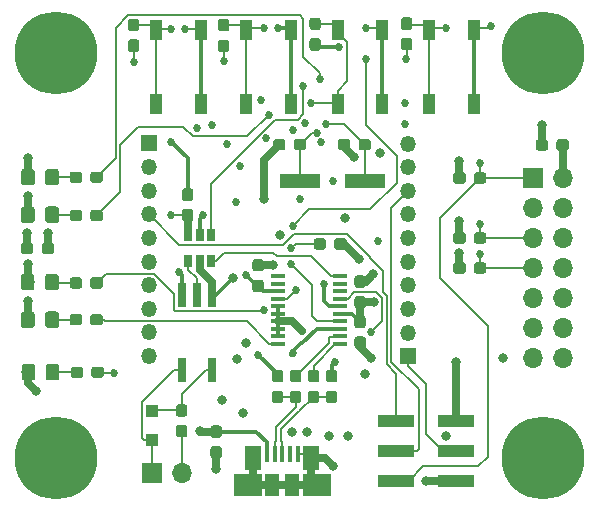
<source format=gtl>
G04 #@! TF.GenerationSoftware,KiCad,Pcbnew,(5.1.4)-1*
G04 #@! TF.CreationDate,2019-11-01T10:34:41-04:00*
G04 #@! TF.ProjectId,wiproc,77697072-6f63-42e6-9b69-6361645f7063,rev?*
G04 #@! TF.SameCoordinates,Original*
G04 #@! TF.FileFunction,Copper,L1,Top*
G04 #@! TF.FilePolarity,Positive*
%FSLAX46Y46*%
G04 Gerber Fmt 4.6, Leading zero omitted, Abs format (unit mm)*
G04 Created by KiCad (PCBNEW (5.1.4)-1) date 2019-11-01 10:34:41*
%MOMM*%
%LPD*%
G04 APERTURE LIST*
%ADD10R,1.000000X1.700000*%
%ADD11C,0.100000*%
%ADD12C,0.950000*%
%ADD13O,1.700000X1.700000*%
%ADD14R,1.700000X1.700000*%
%ADD15C,7.000001*%
%ADD16O,1.350000X1.350000*%
%ADD17R,1.350000X1.350000*%
%ADD18R,0.640000X2.000000*%
%ADD19R,3.500000X1.200000*%
%ADD20R,1.200000X0.400000*%
%ADD21R,0.650000X1.060000*%
%ADD22R,1.175000X1.900000*%
%ADD23R,2.375000X1.900000*%
%ADD24R,1.475000X2.100000*%
%ADD25R,0.450000X1.380000*%
%ADD26R,3.150000X1.000000*%
%ADD27C,1.150000*%
%ADD28R,1.000000X1.000000*%
%ADD29C,0.838200*%
%ADD30C,0.685800*%
%ADD31C,0.635000*%
%ADD32C,0.152400*%
%ADD33C,0.304800*%
%ADD34C,0.200000*%
G04 APERTURE END LIST*
D10*
X140716000Y-77953000D03*
X140716000Y-71653000D03*
X144516000Y-77953000D03*
X144516000Y-71653000D03*
X132979000Y-77953000D03*
X132979000Y-71653000D03*
X136779000Y-77953000D03*
X136779000Y-71653000D03*
D11*
G36*
X141574179Y-80907744D02*
G01*
X141597234Y-80911163D01*
X141619843Y-80916827D01*
X141641787Y-80924679D01*
X141662857Y-80934644D01*
X141682848Y-80946626D01*
X141701568Y-80960510D01*
X141718838Y-80976162D01*
X141734490Y-80993432D01*
X141748374Y-81012152D01*
X141760356Y-81032143D01*
X141770321Y-81053213D01*
X141778173Y-81075157D01*
X141783837Y-81097766D01*
X141787256Y-81120821D01*
X141788400Y-81144100D01*
X141788400Y-81619100D01*
X141787256Y-81642379D01*
X141783837Y-81665434D01*
X141778173Y-81688043D01*
X141770321Y-81709987D01*
X141760356Y-81731057D01*
X141748374Y-81751048D01*
X141734490Y-81769768D01*
X141718838Y-81787038D01*
X141701568Y-81802690D01*
X141682848Y-81816574D01*
X141662857Y-81828556D01*
X141641787Y-81838521D01*
X141619843Y-81846373D01*
X141597234Y-81852037D01*
X141574179Y-81855456D01*
X141550900Y-81856600D01*
X140975900Y-81856600D01*
X140952621Y-81855456D01*
X140929566Y-81852037D01*
X140906957Y-81846373D01*
X140885013Y-81838521D01*
X140863943Y-81828556D01*
X140843952Y-81816574D01*
X140825232Y-81802690D01*
X140807962Y-81787038D01*
X140792310Y-81769768D01*
X140778426Y-81751048D01*
X140766444Y-81731057D01*
X140756479Y-81709987D01*
X140748627Y-81688043D01*
X140742963Y-81665434D01*
X140739544Y-81642379D01*
X140738400Y-81619100D01*
X140738400Y-81144100D01*
X140739544Y-81120821D01*
X140742963Y-81097766D01*
X140748627Y-81075157D01*
X140756479Y-81053213D01*
X140766444Y-81032143D01*
X140778426Y-81012152D01*
X140792310Y-80993432D01*
X140807962Y-80976162D01*
X140825232Y-80960510D01*
X140843952Y-80946626D01*
X140863943Y-80934644D01*
X140885013Y-80924679D01*
X140906957Y-80916827D01*
X140929566Y-80911163D01*
X140952621Y-80907744D01*
X140975900Y-80906600D01*
X141550900Y-80906600D01*
X141574179Y-80907744D01*
X141574179Y-80907744D01*
G37*
D12*
X141263400Y-81381600D03*
D11*
G36*
X143324179Y-80907744D02*
G01*
X143347234Y-80911163D01*
X143369843Y-80916827D01*
X143391787Y-80924679D01*
X143412857Y-80934644D01*
X143432848Y-80946626D01*
X143451568Y-80960510D01*
X143468838Y-80976162D01*
X143484490Y-80993432D01*
X143498374Y-81012152D01*
X143510356Y-81032143D01*
X143520321Y-81053213D01*
X143528173Y-81075157D01*
X143533837Y-81097766D01*
X143537256Y-81120821D01*
X143538400Y-81144100D01*
X143538400Y-81619100D01*
X143537256Y-81642379D01*
X143533837Y-81665434D01*
X143528173Y-81688043D01*
X143520321Y-81709987D01*
X143510356Y-81731057D01*
X143498374Y-81751048D01*
X143484490Y-81769768D01*
X143468838Y-81787038D01*
X143451568Y-81802690D01*
X143432848Y-81816574D01*
X143412857Y-81828556D01*
X143391787Y-81838521D01*
X143369843Y-81846373D01*
X143347234Y-81852037D01*
X143324179Y-81855456D01*
X143300900Y-81856600D01*
X142725900Y-81856600D01*
X142702621Y-81855456D01*
X142679566Y-81852037D01*
X142656957Y-81846373D01*
X142635013Y-81838521D01*
X142613943Y-81828556D01*
X142593952Y-81816574D01*
X142575232Y-81802690D01*
X142557962Y-81787038D01*
X142542310Y-81769768D01*
X142528426Y-81751048D01*
X142516444Y-81731057D01*
X142506479Y-81709987D01*
X142498627Y-81688043D01*
X142492963Y-81665434D01*
X142489544Y-81642379D01*
X142488400Y-81619100D01*
X142488400Y-81144100D01*
X142489544Y-81120821D01*
X142492963Y-81097766D01*
X142498627Y-81075157D01*
X142506479Y-81053213D01*
X142516444Y-81032143D01*
X142528426Y-81012152D01*
X142542310Y-80993432D01*
X142557962Y-80976162D01*
X142575232Y-80960510D01*
X142593952Y-80946626D01*
X142613943Y-80934644D01*
X142635013Y-80924679D01*
X142656957Y-80916827D01*
X142679566Y-80911163D01*
X142702621Y-80907744D01*
X142725900Y-80906600D01*
X143300900Y-80906600D01*
X143324179Y-80907744D01*
X143324179Y-80907744D01*
G37*
D12*
X143013400Y-81381600D03*
D13*
X159766000Y-99441000D03*
X157226000Y-99441000D03*
X159766000Y-96901000D03*
X157226000Y-96901000D03*
X159766000Y-94361000D03*
X157226000Y-94361000D03*
X159766000Y-91821000D03*
X157226000Y-91821000D03*
X159766000Y-89281000D03*
X157226000Y-89281000D03*
X159766000Y-86741000D03*
X157226000Y-86741000D03*
X159766000Y-84201000D03*
D14*
X157226000Y-84201000D03*
D15*
X158115000Y-73660000D03*
X158115000Y-107950000D03*
X116840000Y-107950000D03*
X116840000Y-73660000D03*
D16*
X146710400Y-81288600D03*
X146710400Y-83288600D03*
X146710400Y-85288600D03*
X146710400Y-87288600D03*
X146710400Y-89288600D03*
X146710400Y-91288600D03*
X146710400Y-93288600D03*
X146710400Y-95288600D03*
X146710400Y-97288600D03*
D17*
X146710400Y-99288600D03*
D16*
X124714000Y-99280000D03*
X124714000Y-97280000D03*
X124714000Y-95280000D03*
X124714000Y-93280000D03*
X124714000Y-91280000D03*
X124714000Y-89280000D03*
X124714000Y-87280000D03*
X124714000Y-85280000D03*
X124714000Y-83280000D03*
D17*
X124714000Y-81280000D03*
D18*
X127508000Y-94132000D03*
X128778000Y-94132000D03*
X130048000Y-94132000D03*
X130048000Y-100432000D03*
X127508000Y-100432000D03*
D19*
X137541000Y-84455000D03*
X143041000Y-84455000D03*
D20*
X140903000Y-92519500D03*
X140903000Y-93154500D03*
X140903000Y-93789500D03*
X140903000Y-94424500D03*
X140903000Y-95059500D03*
X140903000Y-95694500D03*
X140903000Y-96329500D03*
X140903000Y-96964500D03*
X140903000Y-97599500D03*
X140903000Y-98234500D03*
X135703000Y-98234500D03*
X135703000Y-97599500D03*
X135703000Y-96964500D03*
X135703000Y-96329500D03*
X135703000Y-95694500D03*
X135703000Y-95059500D03*
X135703000Y-94424500D03*
X135703000Y-93789500D03*
X135703000Y-93154500D03*
X135703000Y-92519500D03*
D21*
X129032000Y-89027000D03*
X128082000Y-89027000D03*
X129982000Y-89027000D03*
X129982000Y-91227000D03*
X129032000Y-91227000D03*
X128082000Y-91227000D03*
D10*
X148468000Y-77953000D03*
X148468000Y-71653000D03*
X152268000Y-77953000D03*
X152268000Y-71653000D03*
X129154000Y-71653000D03*
X129154000Y-77953000D03*
X125354000Y-71653000D03*
X125354000Y-77953000D03*
D11*
G36*
X120706779Y-100173644D02*
G01*
X120729834Y-100177063D01*
X120752443Y-100182727D01*
X120774387Y-100190579D01*
X120795457Y-100200544D01*
X120815448Y-100212526D01*
X120834168Y-100226410D01*
X120851438Y-100242062D01*
X120867090Y-100259332D01*
X120880974Y-100278052D01*
X120892956Y-100298043D01*
X120902921Y-100319113D01*
X120910773Y-100341057D01*
X120916437Y-100363666D01*
X120919856Y-100386721D01*
X120921000Y-100410000D01*
X120921000Y-100885000D01*
X120919856Y-100908279D01*
X120916437Y-100931334D01*
X120910773Y-100953943D01*
X120902921Y-100975887D01*
X120892956Y-100996957D01*
X120880974Y-101016948D01*
X120867090Y-101035668D01*
X120851438Y-101052938D01*
X120834168Y-101068590D01*
X120815448Y-101082474D01*
X120795457Y-101094456D01*
X120774387Y-101104421D01*
X120752443Y-101112273D01*
X120729834Y-101117937D01*
X120706779Y-101121356D01*
X120683500Y-101122500D01*
X120108500Y-101122500D01*
X120085221Y-101121356D01*
X120062166Y-101117937D01*
X120039557Y-101112273D01*
X120017613Y-101104421D01*
X119996543Y-101094456D01*
X119976552Y-101082474D01*
X119957832Y-101068590D01*
X119940562Y-101052938D01*
X119924910Y-101035668D01*
X119911026Y-101016948D01*
X119899044Y-100996957D01*
X119889079Y-100975887D01*
X119881227Y-100953943D01*
X119875563Y-100931334D01*
X119872144Y-100908279D01*
X119871000Y-100885000D01*
X119871000Y-100410000D01*
X119872144Y-100386721D01*
X119875563Y-100363666D01*
X119881227Y-100341057D01*
X119889079Y-100319113D01*
X119899044Y-100298043D01*
X119911026Y-100278052D01*
X119924910Y-100259332D01*
X119940562Y-100242062D01*
X119957832Y-100226410D01*
X119976552Y-100212526D01*
X119996543Y-100200544D01*
X120017613Y-100190579D01*
X120039557Y-100182727D01*
X120062166Y-100177063D01*
X120085221Y-100173644D01*
X120108500Y-100172500D01*
X120683500Y-100172500D01*
X120706779Y-100173644D01*
X120706779Y-100173644D01*
G37*
D12*
X120396000Y-100647500D03*
D11*
G36*
X118956779Y-100173644D02*
G01*
X118979834Y-100177063D01*
X119002443Y-100182727D01*
X119024387Y-100190579D01*
X119045457Y-100200544D01*
X119065448Y-100212526D01*
X119084168Y-100226410D01*
X119101438Y-100242062D01*
X119117090Y-100259332D01*
X119130974Y-100278052D01*
X119142956Y-100298043D01*
X119152921Y-100319113D01*
X119160773Y-100341057D01*
X119166437Y-100363666D01*
X119169856Y-100386721D01*
X119171000Y-100410000D01*
X119171000Y-100885000D01*
X119169856Y-100908279D01*
X119166437Y-100931334D01*
X119160773Y-100953943D01*
X119152921Y-100975887D01*
X119142956Y-100996957D01*
X119130974Y-101016948D01*
X119117090Y-101035668D01*
X119101438Y-101052938D01*
X119084168Y-101068590D01*
X119065448Y-101082474D01*
X119045457Y-101094456D01*
X119024387Y-101104421D01*
X119002443Y-101112273D01*
X118979834Y-101117937D01*
X118956779Y-101121356D01*
X118933500Y-101122500D01*
X118358500Y-101122500D01*
X118335221Y-101121356D01*
X118312166Y-101117937D01*
X118289557Y-101112273D01*
X118267613Y-101104421D01*
X118246543Y-101094456D01*
X118226552Y-101082474D01*
X118207832Y-101068590D01*
X118190562Y-101052938D01*
X118174910Y-101035668D01*
X118161026Y-101016948D01*
X118149044Y-100996957D01*
X118139079Y-100975887D01*
X118131227Y-100953943D01*
X118125563Y-100931334D01*
X118122144Y-100908279D01*
X118121000Y-100885000D01*
X118121000Y-100410000D01*
X118122144Y-100386721D01*
X118125563Y-100363666D01*
X118131227Y-100341057D01*
X118139079Y-100319113D01*
X118149044Y-100298043D01*
X118161026Y-100278052D01*
X118174910Y-100259332D01*
X118190562Y-100242062D01*
X118207832Y-100226410D01*
X118226552Y-100212526D01*
X118246543Y-100200544D01*
X118267613Y-100190579D01*
X118289557Y-100182727D01*
X118312166Y-100177063D01*
X118335221Y-100173644D01*
X118358500Y-100172500D01*
X118933500Y-100172500D01*
X118956779Y-100173644D01*
X118956779Y-100173644D01*
G37*
D12*
X118646000Y-100647500D03*
D11*
G36*
X120615279Y-95728644D02*
G01*
X120638334Y-95732063D01*
X120660943Y-95737727D01*
X120682887Y-95745579D01*
X120703957Y-95755544D01*
X120723948Y-95767526D01*
X120742668Y-95781410D01*
X120759938Y-95797062D01*
X120775590Y-95814332D01*
X120789474Y-95833052D01*
X120801456Y-95853043D01*
X120811421Y-95874113D01*
X120819273Y-95896057D01*
X120824937Y-95918666D01*
X120828356Y-95941721D01*
X120829500Y-95965000D01*
X120829500Y-96440000D01*
X120828356Y-96463279D01*
X120824937Y-96486334D01*
X120819273Y-96508943D01*
X120811421Y-96530887D01*
X120801456Y-96551957D01*
X120789474Y-96571948D01*
X120775590Y-96590668D01*
X120759938Y-96607938D01*
X120742668Y-96623590D01*
X120723948Y-96637474D01*
X120703957Y-96649456D01*
X120682887Y-96659421D01*
X120660943Y-96667273D01*
X120638334Y-96672937D01*
X120615279Y-96676356D01*
X120592000Y-96677500D01*
X120017000Y-96677500D01*
X119993721Y-96676356D01*
X119970666Y-96672937D01*
X119948057Y-96667273D01*
X119926113Y-96659421D01*
X119905043Y-96649456D01*
X119885052Y-96637474D01*
X119866332Y-96623590D01*
X119849062Y-96607938D01*
X119833410Y-96590668D01*
X119819526Y-96571948D01*
X119807544Y-96551957D01*
X119797579Y-96530887D01*
X119789727Y-96508943D01*
X119784063Y-96486334D01*
X119780644Y-96463279D01*
X119779500Y-96440000D01*
X119779500Y-95965000D01*
X119780644Y-95941721D01*
X119784063Y-95918666D01*
X119789727Y-95896057D01*
X119797579Y-95874113D01*
X119807544Y-95853043D01*
X119819526Y-95833052D01*
X119833410Y-95814332D01*
X119849062Y-95797062D01*
X119866332Y-95781410D01*
X119885052Y-95767526D01*
X119905043Y-95755544D01*
X119926113Y-95745579D01*
X119948057Y-95737727D01*
X119970666Y-95732063D01*
X119993721Y-95728644D01*
X120017000Y-95727500D01*
X120592000Y-95727500D01*
X120615279Y-95728644D01*
X120615279Y-95728644D01*
G37*
D12*
X120304500Y-96202500D03*
D11*
G36*
X118865279Y-95728644D02*
G01*
X118888334Y-95732063D01*
X118910943Y-95737727D01*
X118932887Y-95745579D01*
X118953957Y-95755544D01*
X118973948Y-95767526D01*
X118992668Y-95781410D01*
X119009938Y-95797062D01*
X119025590Y-95814332D01*
X119039474Y-95833052D01*
X119051456Y-95853043D01*
X119061421Y-95874113D01*
X119069273Y-95896057D01*
X119074937Y-95918666D01*
X119078356Y-95941721D01*
X119079500Y-95965000D01*
X119079500Y-96440000D01*
X119078356Y-96463279D01*
X119074937Y-96486334D01*
X119069273Y-96508943D01*
X119061421Y-96530887D01*
X119051456Y-96551957D01*
X119039474Y-96571948D01*
X119025590Y-96590668D01*
X119009938Y-96607938D01*
X118992668Y-96623590D01*
X118973948Y-96637474D01*
X118953957Y-96649456D01*
X118932887Y-96659421D01*
X118910943Y-96667273D01*
X118888334Y-96672937D01*
X118865279Y-96676356D01*
X118842000Y-96677500D01*
X118267000Y-96677500D01*
X118243721Y-96676356D01*
X118220666Y-96672937D01*
X118198057Y-96667273D01*
X118176113Y-96659421D01*
X118155043Y-96649456D01*
X118135052Y-96637474D01*
X118116332Y-96623590D01*
X118099062Y-96607938D01*
X118083410Y-96590668D01*
X118069526Y-96571948D01*
X118057544Y-96551957D01*
X118047579Y-96530887D01*
X118039727Y-96508943D01*
X118034063Y-96486334D01*
X118030644Y-96463279D01*
X118029500Y-96440000D01*
X118029500Y-95965000D01*
X118030644Y-95941721D01*
X118034063Y-95918666D01*
X118039727Y-95896057D01*
X118047579Y-95874113D01*
X118057544Y-95853043D01*
X118069526Y-95833052D01*
X118083410Y-95814332D01*
X118099062Y-95797062D01*
X118116332Y-95781410D01*
X118135052Y-95767526D01*
X118155043Y-95755544D01*
X118176113Y-95745579D01*
X118198057Y-95737727D01*
X118220666Y-95732063D01*
X118243721Y-95728644D01*
X118267000Y-95727500D01*
X118842000Y-95727500D01*
X118865279Y-95728644D01*
X118865279Y-95728644D01*
G37*
D12*
X118554500Y-96202500D03*
D11*
G36*
X120615279Y-92617144D02*
G01*
X120638334Y-92620563D01*
X120660943Y-92626227D01*
X120682887Y-92634079D01*
X120703957Y-92644044D01*
X120723948Y-92656026D01*
X120742668Y-92669910D01*
X120759938Y-92685562D01*
X120775590Y-92702832D01*
X120789474Y-92721552D01*
X120801456Y-92741543D01*
X120811421Y-92762613D01*
X120819273Y-92784557D01*
X120824937Y-92807166D01*
X120828356Y-92830221D01*
X120829500Y-92853500D01*
X120829500Y-93328500D01*
X120828356Y-93351779D01*
X120824937Y-93374834D01*
X120819273Y-93397443D01*
X120811421Y-93419387D01*
X120801456Y-93440457D01*
X120789474Y-93460448D01*
X120775590Y-93479168D01*
X120759938Y-93496438D01*
X120742668Y-93512090D01*
X120723948Y-93525974D01*
X120703957Y-93537956D01*
X120682887Y-93547921D01*
X120660943Y-93555773D01*
X120638334Y-93561437D01*
X120615279Y-93564856D01*
X120592000Y-93566000D01*
X120017000Y-93566000D01*
X119993721Y-93564856D01*
X119970666Y-93561437D01*
X119948057Y-93555773D01*
X119926113Y-93547921D01*
X119905043Y-93537956D01*
X119885052Y-93525974D01*
X119866332Y-93512090D01*
X119849062Y-93496438D01*
X119833410Y-93479168D01*
X119819526Y-93460448D01*
X119807544Y-93440457D01*
X119797579Y-93419387D01*
X119789727Y-93397443D01*
X119784063Y-93374834D01*
X119780644Y-93351779D01*
X119779500Y-93328500D01*
X119779500Y-92853500D01*
X119780644Y-92830221D01*
X119784063Y-92807166D01*
X119789727Y-92784557D01*
X119797579Y-92762613D01*
X119807544Y-92741543D01*
X119819526Y-92721552D01*
X119833410Y-92702832D01*
X119849062Y-92685562D01*
X119866332Y-92669910D01*
X119885052Y-92656026D01*
X119905043Y-92644044D01*
X119926113Y-92634079D01*
X119948057Y-92626227D01*
X119970666Y-92620563D01*
X119993721Y-92617144D01*
X120017000Y-92616000D01*
X120592000Y-92616000D01*
X120615279Y-92617144D01*
X120615279Y-92617144D01*
G37*
D12*
X120304500Y-93091000D03*
D11*
G36*
X118865279Y-92617144D02*
G01*
X118888334Y-92620563D01*
X118910943Y-92626227D01*
X118932887Y-92634079D01*
X118953957Y-92644044D01*
X118973948Y-92656026D01*
X118992668Y-92669910D01*
X119009938Y-92685562D01*
X119025590Y-92702832D01*
X119039474Y-92721552D01*
X119051456Y-92741543D01*
X119061421Y-92762613D01*
X119069273Y-92784557D01*
X119074937Y-92807166D01*
X119078356Y-92830221D01*
X119079500Y-92853500D01*
X119079500Y-93328500D01*
X119078356Y-93351779D01*
X119074937Y-93374834D01*
X119069273Y-93397443D01*
X119061421Y-93419387D01*
X119051456Y-93440457D01*
X119039474Y-93460448D01*
X119025590Y-93479168D01*
X119009938Y-93496438D01*
X118992668Y-93512090D01*
X118973948Y-93525974D01*
X118953957Y-93537956D01*
X118932887Y-93547921D01*
X118910943Y-93555773D01*
X118888334Y-93561437D01*
X118865279Y-93564856D01*
X118842000Y-93566000D01*
X118267000Y-93566000D01*
X118243721Y-93564856D01*
X118220666Y-93561437D01*
X118198057Y-93555773D01*
X118176113Y-93547921D01*
X118155043Y-93537956D01*
X118135052Y-93525974D01*
X118116332Y-93512090D01*
X118099062Y-93496438D01*
X118083410Y-93479168D01*
X118069526Y-93460448D01*
X118057544Y-93440457D01*
X118047579Y-93419387D01*
X118039727Y-93397443D01*
X118034063Y-93374834D01*
X118030644Y-93351779D01*
X118029500Y-93328500D01*
X118029500Y-92853500D01*
X118030644Y-92830221D01*
X118034063Y-92807166D01*
X118039727Y-92784557D01*
X118047579Y-92762613D01*
X118057544Y-92741543D01*
X118069526Y-92721552D01*
X118083410Y-92702832D01*
X118099062Y-92685562D01*
X118116332Y-92669910D01*
X118135052Y-92656026D01*
X118155043Y-92644044D01*
X118176113Y-92634079D01*
X118198057Y-92626227D01*
X118220666Y-92620563D01*
X118243721Y-92617144D01*
X118267000Y-92616000D01*
X118842000Y-92616000D01*
X118865279Y-92617144D01*
X118865279Y-92617144D01*
G37*
D12*
X118554500Y-93091000D03*
D11*
G36*
X138944779Y-102205144D02*
G01*
X138967834Y-102208563D01*
X138990443Y-102214227D01*
X139012387Y-102222079D01*
X139033457Y-102232044D01*
X139053448Y-102244026D01*
X139072168Y-102257910D01*
X139089438Y-102273562D01*
X139105090Y-102290832D01*
X139118974Y-102309552D01*
X139130956Y-102329543D01*
X139140921Y-102350613D01*
X139148773Y-102372557D01*
X139154437Y-102395166D01*
X139157856Y-102418221D01*
X139159000Y-102441500D01*
X139159000Y-103016500D01*
X139157856Y-103039779D01*
X139154437Y-103062834D01*
X139148773Y-103085443D01*
X139140921Y-103107387D01*
X139130956Y-103128457D01*
X139118974Y-103148448D01*
X139105090Y-103167168D01*
X139089438Y-103184438D01*
X139072168Y-103200090D01*
X139053448Y-103213974D01*
X139033457Y-103225956D01*
X139012387Y-103235921D01*
X138990443Y-103243773D01*
X138967834Y-103249437D01*
X138944779Y-103252856D01*
X138921500Y-103254000D01*
X138446500Y-103254000D01*
X138423221Y-103252856D01*
X138400166Y-103249437D01*
X138377557Y-103243773D01*
X138355613Y-103235921D01*
X138334543Y-103225956D01*
X138314552Y-103213974D01*
X138295832Y-103200090D01*
X138278562Y-103184438D01*
X138262910Y-103167168D01*
X138249026Y-103148448D01*
X138237044Y-103128457D01*
X138227079Y-103107387D01*
X138219227Y-103085443D01*
X138213563Y-103062834D01*
X138210144Y-103039779D01*
X138209000Y-103016500D01*
X138209000Y-102441500D01*
X138210144Y-102418221D01*
X138213563Y-102395166D01*
X138219227Y-102372557D01*
X138227079Y-102350613D01*
X138237044Y-102329543D01*
X138249026Y-102309552D01*
X138262910Y-102290832D01*
X138278562Y-102273562D01*
X138295832Y-102257910D01*
X138314552Y-102244026D01*
X138334543Y-102232044D01*
X138355613Y-102222079D01*
X138377557Y-102214227D01*
X138400166Y-102208563D01*
X138423221Y-102205144D01*
X138446500Y-102204000D01*
X138921500Y-102204000D01*
X138944779Y-102205144D01*
X138944779Y-102205144D01*
G37*
D12*
X138684000Y-102729000D03*
D11*
G36*
X138944779Y-100455144D02*
G01*
X138967834Y-100458563D01*
X138990443Y-100464227D01*
X139012387Y-100472079D01*
X139033457Y-100482044D01*
X139053448Y-100494026D01*
X139072168Y-100507910D01*
X139089438Y-100523562D01*
X139105090Y-100540832D01*
X139118974Y-100559552D01*
X139130956Y-100579543D01*
X139140921Y-100600613D01*
X139148773Y-100622557D01*
X139154437Y-100645166D01*
X139157856Y-100668221D01*
X139159000Y-100691500D01*
X139159000Y-101266500D01*
X139157856Y-101289779D01*
X139154437Y-101312834D01*
X139148773Y-101335443D01*
X139140921Y-101357387D01*
X139130956Y-101378457D01*
X139118974Y-101398448D01*
X139105090Y-101417168D01*
X139089438Y-101434438D01*
X139072168Y-101450090D01*
X139053448Y-101463974D01*
X139033457Y-101475956D01*
X139012387Y-101485921D01*
X138990443Y-101493773D01*
X138967834Y-101499437D01*
X138944779Y-101502856D01*
X138921500Y-101504000D01*
X138446500Y-101504000D01*
X138423221Y-101502856D01*
X138400166Y-101499437D01*
X138377557Y-101493773D01*
X138355613Y-101485921D01*
X138334543Y-101475956D01*
X138314552Y-101463974D01*
X138295832Y-101450090D01*
X138278562Y-101434438D01*
X138262910Y-101417168D01*
X138249026Y-101398448D01*
X138237044Y-101378457D01*
X138227079Y-101357387D01*
X138219227Y-101335443D01*
X138213563Y-101312834D01*
X138210144Y-101289779D01*
X138209000Y-101266500D01*
X138209000Y-100691500D01*
X138210144Y-100668221D01*
X138213563Y-100645166D01*
X138219227Y-100622557D01*
X138227079Y-100600613D01*
X138237044Y-100579543D01*
X138249026Y-100559552D01*
X138262910Y-100540832D01*
X138278562Y-100523562D01*
X138295832Y-100507910D01*
X138314552Y-100494026D01*
X138334543Y-100482044D01*
X138355613Y-100472079D01*
X138377557Y-100464227D01*
X138400166Y-100458563D01*
X138423221Y-100455144D01*
X138446500Y-100454000D01*
X138921500Y-100454000D01*
X138944779Y-100455144D01*
X138944779Y-100455144D01*
G37*
D12*
X138684000Y-100979000D03*
D11*
G36*
X137420779Y-102205144D02*
G01*
X137443834Y-102208563D01*
X137466443Y-102214227D01*
X137488387Y-102222079D01*
X137509457Y-102232044D01*
X137529448Y-102244026D01*
X137548168Y-102257910D01*
X137565438Y-102273562D01*
X137581090Y-102290832D01*
X137594974Y-102309552D01*
X137606956Y-102329543D01*
X137616921Y-102350613D01*
X137624773Y-102372557D01*
X137630437Y-102395166D01*
X137633856Y-102418221D01*
X137635000Y-102441500D01*
X137635000Y-103016500D01*
X137633856Y-103039779D01*
X137630437Y-103062834D01*
X137624773Y-103085443D01*
X137616921Y-103107387D01*
X137606956Y-103128457D01*
X137594974Y-103148448D01*
X137581090Y-103167168D01*
X137565438Y-103184438D01*
X137548168Y-103200090D01*
X137529448Y-103213974D01*
X137509457Y-103225956D01*
X137488387Y-103235921D01*
X137466443Y-103243773D01*
X137443834Y-103249437D01*
X137420779Y-103252856D01*
X137397500Y-103254000D01*
X136922500Y-103254000D01*
X136899221Y-103252856D01*
X136876166Y-103249437D01*
X136853557Y-103243773D01*
X136831613Y-103235921D01*
X136810543Y-103225956D01*
X136790552Y-103213974D01*
X136771832Y-103200090D01*
X136754562Y-103184438D01*
X136738910Y-103167168D01*
X136725026Y-103148448D01*
X136713044Y-103128457D01*
X136703079Y-103107387D01*
X136695227Y-103085443D01*
X136689563Y-103062834D01*
X136686144Y-103039779D01*
X136685000Y-103016500D01*
X136685000Y-102441500D01*
X136686144Y-102418221D01*
X136689563Y-102395166D01*
X136695227Y-102372557D01*
X136703079Y-102350613D01*
X136713044Y-102329543D01*
X136725026Y-102309552D01*
X136738910Y-102290832D01*
X136754562Y-102273562D01*
X136771832Y-102257910D01*
X136790552Y-102244026D01*
X136810543Y-102232044D01*
X136831613Y-102222079D01*
X136853557Y-102214227D01*
X136876166Y-102208563D01*
X136899221Y-102205144D01*
X136922500Y-102204000D01*
X137397500Y-102204000D01*
X137420779Y-102205144D01*
X137420779Y-102205144D01*
G37*
D12*
X137160000Y-102729000D03*
D11*
G36*
X137420779Y-100455144D02*
G01*
X137443834Y-100458563D01*
X137466443Y-100464227D01*
X137488387Y-100472079D01*
X137509457Y-100482044D01*
X137529448Y-100494026D01*
X137548168Y-100507910D01*
X137565438Y-100523562D01*
X137581090Y-100540832D01*
X137594974Y-100559552D01*
X137606956Y-100579543D01*
X137616921Y-100600613D01*
X137624773Y-100622557D01*
X137630437Y-100645166D01*
X137633856Y-100668221D01*
X137635000Y-100691500D01*
X137635000Y-101266500D01*
X137633856Y-101289779D01*
X137630437Y-101312834D01*
X137624773Y-101335443D01*
X137616921Y-101357387D01*
X137606956Y-101378457D01*
X137594974Y-101398448D01*
X137581090Y-101417168D01*
X137565438Y-101434438D01*
X137548168Y-101450090D01*
X137529448Y-101463974D01*
X137509457Y-101475956D01*
X137488387Y-101485921D01*
X137466443Y-101493773D01*
X137443834Y-101499437D01*
X137420779Y-101502856D01*
X137397500Y-101504000D01*
X136922500Y-101504000D01*
X136899221Y-101502856D01*
X136876166Y-101499437D01*
X136853557Y-101493773D01*
X136831613Y-101485921D01*
X136810543Y-101475956D01*
X136790552Y-101463974D01*
X136771832Y-101450090D01*
X136754562Y-101434438D01*
X136738910Y-101417168D01*
X136725026Y-101398448D01*
X136713044Y-101378457D01*
X136703079Y-101357387D01*
X136695227Y-101335443D01*
X136689563Y-101312834D01*
X136686144Y-101289779D01*
X136685000Y-101266500D01*
X136685000Y-100691500D01*
X136686144Y-100668221D01*
X136689563Y-100645166D01*
X136695227Y-100622557D01*
X136703079Y-100600613D01*
X136713044Y-100579543D01*
X136725026Y-100559552D01*
X136738910Y-100540832D01*
X136754562Y-100523562D01*
X136771832Y-100507910D01*
X136790552Y-100494026D01*
X136810543Y-100482044D01*
X136831613Y-100472079D01*
X136853557Y-100464227D01*
X136876166Y-100458563D01*
X136899221Y-100455144D01*
X136922500Y-100454000D01*
X137397500Y-100454000D01*
X137420779Y-100455144D01*
X137420779Y-100455144D01*
G37*
D12*
X137160000Y-100979000D03*
D11*
G36*
X139516779Y-89315144D02*
G01*
X139539834Y-89318563D01*
X139562443Y-89324227D01*
X139584387Y-89332079D01*
X139605457Y-89342044D01*
X139625448Y-89354026D01*
X139644168Y-89367910D01*
X139661438Y-89383562D01*
X139677090Y-89400832D01*
X139690974Y-89419552D01*
X139702956Y-89439543D01*
X139712921Y-89460613D01*
X139720773Y-89482557D01*
X139726437Y-89505166D01*
X139729856Y-89528221D01*
X139731000Y-89551500D01*
X139731000Y-90026500D01*
X139729856Y-90049779D01*
X139726437Y-90072834D01*
X139720773Y-90095443D01*
X139712921Y-90117387D01*
X139702956Y-90138457D01*
X139690974Y-90158448D01*
X139677090Y-90177168D01*
X139661438Y-90194438D01*
X139644168Y-90210090D01*
X139625448Y-90223974D01*
X139605457Y-90235956D01*
X139584387Y-90245921D01*
X139562443Y-90253773D01*
X139539834Y-90259437D01*
X139516779Y-90262856D01*
X139493500Y-90264000D01*
X138918500Y-90264000D01*
X138895221Y-90262856D01*
X138872166Y-90259437D01*
X138849557Y-90253773D01*
X138827613Y-90245921D01*
X138806543Y-90235956D01*
X138786552Y-90223974D01*
X138767832Y-90210090D01*
X138750562Y-90194438D01*
X138734910Y-90177168D01*
X138721026Y-90158448D01*
X138709044Y-90138457D01*
X138699079Y-90117387D01*
X138691227Y-90095443D01*
X138685563Y-90072834D01*
X138682144Y-90049779D01*
X138681000Y-90026500D01*
X138681000Y-89551500D01*
X138682144Y-89528221D01*
X138685563Y-89505166D01*
X138691227Y-89482557D01*
X138699079Y-89460613D01*
X138709044Y-89439543D01*
X138721026Y-89419552D01*
X138734910Y-89400832D01*
X138750562Y-89383562D01*
X138767832Y-89367910D01*
X138786552Y-89354026D01*
X138806543Y-89342044D01*
X138827613Y-89332079D01*
X138849557Y-89324227D01*
X138872166Y-89318563D01*
X138895221Y-89315144D01*
X138918500Y-89314000D01*
X139493500Y-89314000D01*
X139516779Y-89315144D01*
X139516779Y-89315144D01*
G37*
D12*
X139206000Y-89789000D03*
D11*
G36*
X141266779Y-89315144D02*
G01*
X141289834Y-89318563D01*
X141312443Y-89324227D01*
X141334387Y-89332079D01*
X141355457Y-89342044D01*
X141375448Y-89354026D01*
X141394168Y-89367910D01*
X141411438Y-89383562D01*
X141427090Y-89400832D01*
X141440974Y-89419552D01*
X141452956Y-89439543D01*
X141462921Y-89460613D01*
X141470773Y-89482557D01*
X141476437Y-89505166D01*
X141479856Y-89528221D01*
X141481000Y-89551500D01*
X141481000Y-90026500D01*
X141479856Y-90049779D01*
X141476437Y-90072834D01*
X141470773Y-90095443D01*
X141462921Y-90117387D01*
X141452956Y-90138457D01*
X141440974Y-90158448D01*
X141427090Y-90177168D01*
X141411438Y-90194438D01*
X141394168Y-90210090D01*
X141375448Y-90223974D01*
X141355457Y-90235956D01*
X141334387Y-90245921D01*
X141312443Y-90253773D01*
X141289834Y-90259437D01*
X141266779Y-90262856D01*
X141243500Y-90264000D01*
X140668500Y-90264000D01*
X140645221Y-90262856D01*
X140622166Y-90259437D01*
X140599557Y-90253773D01*
X140577613Y-90245921D01*
X140556543Y-90235956D01*
X140536552Y-90223974D01*
X140517832Y-90210090D01*
X140500562Y-90194438D01*
X140484910Y-90177168D01*
X140471026Y-90158448D01*
X140459044Y-90138457D01*
X140449079Y-90117387D01*
X140441227Y-90095443D01*
X140435563Y-90072834D01*
X140432144Y-90049779D01*
X140431000Y-90026500D01*
X140431000Y-89551500D01*
X140432144Y-89528221D01*
X140435563Y-89505166D01*
X140441227Y-89482557D01*
X140449079Y-89460613D01*
X140459044Y-89439543D01*
X140471026Y-89419552D01*
X140484910Y-89400832D01*
X140500562Y-89383562D01*
X140517832Y-89367910D01*
X140536552Y-89354026D01*
X140556543Y-89342044D01*
X140577613Y-89332079D01*
X140599557Y-89324227D01*
X140622166Y-89318563D01*
X140645221Y-89315144D01*
X140668500Y-89314000D01*
X141243500Y-89314000D01*
X141266779Y-89315144D01*
X141266779Y-89315144D01*
G37*
D12*
X140956000Y-89789000D03*
D11*
G36*
X128276779Y-85088144D02*
G01*
X128299834Y-85091563D01*
X128322443Y-85097227D01*
X128344387Y-85105079D01*
X128365457Y-85115044D01*
X128385448Y-85127026D01*
X128404168Y-85140910D01*
X128421438Y-85156562D01*
X128437090Y-85173832D01*
X128450974Y-85192552D01*
X128462956Y-85212543D01*
X128472921Y-85233613D01*
X128480773Y-85255557D01*
X128486437Y-85278166D01*
X128489856Y-85301221D01*
X128491000Y-85324500D01*
X128491000Y-85899500D01*
X128489856Y-85922779D01*
X128486437Y-85945834D01*
X128480773Y-85968443D01*
X128472921Y-85990387D01*
X128462956Y-86011457D01*
X128450974Y-86031448D01*
X128437090Y-86050168D01*
X128421438Y-86067438D01*
X128404168Y-86083090D01*
X128385448Y-86096974D01*
X128365457Y-86108956D01*
X128344387Y-86118921D01*
X128322443Y-86126773D01*
X128299834Y-86132437D01*
X128276779Y-86135856D01*
X128253500Y-86137000D01*
X127778500Y-86137000D01*
X127755221Y-86135856D01*
X127732166Y-86132437D01*
X127709557Y-86126773D01*
X127687613Y-86118921D01*
X127666543Y-86108956D01*
X127646552Y-86096974D01*
X127627832Y-86083090D01*
X127610562Y-86067438D01*
X127594910Y-86050168D01*
X127581026Y-86031448D01*
X127569044Y-86011457D01*
X127559079Y-85990387D01*
X127551227Y-85968443D01*
X127545563Y-85945834D01*
X127542144Y-85922779D01*
X127541000Y-85899500D01*
X127541000Y-85324500D01*
X127542144Y-85301221D01*
X127545563Y-85278166D01*
X127551227Y-85255557D01*
X127559079Y-85233613D01*
X127569044Y-85212543D01*
X127581026Y-85192552D01*
X127594910Y-85173832D01*
X127610562Y-85156562D01*
X127627832Y-85140910D01*
X127646552Y-85127026D01*
X127666543Y-85115044D01*
X127687613Y-85105079D01*
X127709557Y-85097227D01*
X127732166Y-85091563D01*
X127755221Y-85088144D01*
X127778500Y-85087000D01*
X128253500Y-85087000D01*
X128276779Y-85088144D01*
X128276779Y-85088144D01*
G37*
D12*
X128016000Y-85612000D03*
D11*
G36*
X128276779Y-86838144D02*
G01*
X128299834Y-86841563D01*
X128322443Y-86847227D01*
X128344387Y-86855079D01*
X128365457Y-86865044D01*
X128385448Y-86877026D01*
X128404168Y-86890910D01*
X128421438Y-86906562D01*
X128437090Y-86923832D01*
X128450974Y-86942552D01*
X128462956Y-86962543D01*
X128472921Y-86983613D01*
X128480773Y-87005557D01*
X128486437Y-87028166D01*
X128489856Y-87051221D01*
X128491000Y-87074500D01*
X128491000Y-87649500D01*
X128489856Y-87672779D01*
X128486437Y-87695834D01*
X128480773Y-87718443D01*
X128472921Y-87740387D01*
X128462956Y-87761457D01*
X128450974Y-87781448D01*
X128437090Y-87800168D01*
X128421438Y-87817438D01*
X128404168Y-87833090D01*
X128385448Y-87846974D01*
X128365457Y-87858956D01*
X128344387Y-87868921D01*
X128322443Y-87876773D01*
X128299834Y-87882437D01*
X128276779Y-87885856D01*
X128253500Y-87887000D01*
X127778500Y-87887000D01*
X127755221Y-87885856D01*
X127732166Y-87882437D01*
X127709557Y-87876773D01*
X127687613Y-87868921D01*
X127666543Y-87858956D01*
X127646552Y-87846974D01*
X127627832Y-87833090D01*
X127610562Y-87817438D01*
X127594910Y-87800168D01*
X127581026Y-87781448D01*
X127569044Y-87761457D01*
X127559079Y-87740387D01*
X127551227Y-87718443D01*
X127545563Y-87695834D01*
X127542144Y-87672779D01*
X127541000Y-87649500D01*
X127541000Y-87074500D01*
X127542144Y-87051221D01*
X127545563Y-87028166D01*
X127551227Y-87005557D01*
X127559079Y-86983613D01*
X127569044Y-86962543D01*
X127581026Y-86942552D01*
X127594910Y-86923832D01*
X127610562Y-86906562D01*
X127627832Y-86890910D01*
X127646552Y-86877026D01*
X127666543Y-86865044D01*
X127687613Y-86855079D01*
X127709557Y-86847227D01*
X127732166Y-86841563D01*
X127755221Y-86838144D01*
X127778500Y-86837000D01*
X128253500Y-86837000D01*
X128276779Y-86838144D01*
X128276779Y-86838144D01*
G37*
D12*
X128016000Y-87362000D03*
D11*
G36*
X127768779Y-105112144D02*
G01*
X127791834Y-105115563D01*
X127814443Y-105121227D01*
X127836387Y-105129079D01*
X127857457Y-105139044D01*
X127877448Y-105151026D01*
X127896168Y-105164910D01*
X127913438Y-105180562D01*
X127929090Y-105197832D01*
X127942974Y-105216552D01*
X127954956Y-105236543D01*
X127964921Y-105257613D01*
X127972773Y-105279557D01*
X127978437Y-105302166D01*
X127981856Y-105325221D01*
X127983000Y-105348500D01*
X127983000Y-105923500D01*
X127981856Y-105946779D01*
X127978437Y-105969834D01*
X127972773Y-105992443D01*
X127964921Y-106014387D01*
X127954956Y-106035457D01*
X127942974Y-106055448D01*
X127929090Y-106074168D01*
X127913438Y-106091438D01*
X127896168Y-106107090D01*
X127877448Y-106120974D01*
X127857457Y-106132956D01*
X127836387Y-106142921D01*
X127814443Y-106150773D01*
X127791834Y-106156437D01*
X127768779Y-106159856D01*
X127745500Y-106161000D01*
X127270500Y-106161000D01*
X127247221Y-106159856D01*
X127224166Y-106156437D01*
X127201557Y-106150773D01*
X127179613Y-106142921D01*
X127158543Y-106132956D01*
X127138552Y-106120974D01*
X127119832Y-106107090D01*
X127102562Y-106091438D01*
X127086910Y-106074168D01*
X127073026Y-106055448D01*
X127061044Y-106035457D01*
X127051079Y-106014387D01*
X127043227Y-105992443D01*
X127037563Y-105969834D01*
X127034144Y-105946779D01*
X127033000Y-105923500D01*
X127033000Y-105348500D01*
X127034144Y-105325221D01*
X127037563Y-105302166D01*
X127043227Y-105279557D01*
X127051079Y-105257613D01*
X127061044Y-105236543D01*
X127073026Y-105216552D01*
X127086910Y-105197832D01*
X127102562Y-105180562D01*
X127119832Y-105164910D01*
X127138552Y-105151026D01*
X127158543Y-105139044D01*
X127179613Y-105129079D01*
X127201557Y-105121227D01*
X127224166Y-105115563D01*
X127247221Y-105112144D01*
X127270500Y-105111000D01*
X127745500Y-105111000D01*
X127768779Y-105112144D01*
X127768779Y-105112144D01*
G37*
D12*
X127508000Y-105636000D03*
D11*
G36*
X127768779Y-103362144D02*
G01*
X127791834Y-103365563D01*
X127814443Y-103371227D01*
X127836387Y-103379079D01*
X127857457Y-103389044D01*
X127877448Y-103401026D01*
X127896168Y-103414910D01*
X127913438Y-103430562D01*
X127929090Y-103447832D01*
X127942974Y-103466552D01*
X127954956Y-103486543D01*
X127964921Y-103507613D01*
X127972773Y-103529557D01*
X127978437Y-103552166D01*
X127981856Y-103575221D01*
X127983000Y-103598500D01*
X127983000Y-104173500D01*
X127981856Y-104196779D01*
X127978437Y-104219834D01*
X127972773Y-104242443D01*
X127964921Y-104264387D01*
X127954956Y-104285457D01*
X127942974Y-104305448D01*
X127929090Y-104324168D01*
X127913438Y-104341438D01*
X127896168Y-104357090D01*
X127877448Y-104370974D01*
X127857457Y-104382956D01*
X127836387Y-104392921D01*
X127814443Y-104400773D01*
X127791834Y-104406437D01*
X127768779Y-104409856D01*
X127745500Y-104411000D01*
X127270500Y-104411000D01*
X127247221Y-104409856D01*
X127224166Y-104406437D01*
X127201557Y-104400773D01*
X127179613Y-104392921D01*
X127158543Y-104382956D01*
X127138552Y-104370974D01*
X127119832Y-104357090D01*
X127102562Y-104341438D01*
X127086910Y-104324168D01*
X127073026Y-104305448D01*
X127061044Y-104285457D01*
X127051079Y-104264387D01*
X127043227Y-104242443D01*
X127037563Y-104219834D01*
X127034144Y-104196779D01*
X127033000Y-104173500D01*
X127033000Y-103598500D01*
X127034144Y-103575221D01*
X127037563Y-103552166D01*
X127043227Y-103529557D01*
X127051079Y-103507613D01*
X127061044Y-103486543D01*
X127073026Y-103466552D01*
X127086910Y-103447832D01*
X127102562Y-103430562D01*
X127119832Y-103414910D01*
X127138552Y-103401026D01*
X127158543Y-103389044D01*
X127179613Y-103379079D01*
X127201557Y-103371227D01*
X127224166Y-103365563D01*
X127247221Y-103362144D01*
X127270500Y-103361000D01*
X127745500Y-103361000D01*
X127768779Y-103362144D01*
X127768779Y-103362144D01*
G37*
D12*
X127508000Y-103886000D03*
D11*
G36*
X120615279Y-86902144D02*
G01*
X120638334Y-86905563D01*
X120660943Y-86911227D01*
X120682887Y-86919079D01*
X120703957Y-86929044D01*
X120723948Y-86941026D01*
X120742668Y-86954910D01*
X120759938Y-86970562D01*
X120775590Y-86987832D01*
X120789474Y-87006552D01*
X120801456Y-87026543D01*
X120811421Y-87047613D01*
X120819273Y-87069557D01*
X120824937Y-87092166D01*
X120828356Y-87115221D01*
X120829500Y-87138500D01*
X120829500Y-87613500D01*
X120828356Y-87636779D01*
X120824937Y-87659834D01*
X120819273Y-87682443D01*
X120811421Y-87704387D01*
X120801456Y-87725457D01*
X120789474Y-87745448D01*
X120775590Y-87764168D01*
X120759938Y-87781438D01*
X120742668Y-87797090D01*
X120723948Y-87810974D01*
X120703957Y-87822956D01*
X120682887Y-87832921D01*
X120660943Y-87840773D01*
X120638334Y-87846437D01*
X120615279Y-87849856D01*
X120592000Y-87851000D01*
X120017000Y-87851000D01*
X119993721Y-87849856D01*
X119970666Y-87846437D01*
X119948057Y-87840773D01*
X119926113Y-87832921D01*
X119905043Y-87822956D01*
X119885052Y-87810974D01*
X119866332Y-87797090D01*
X119849062Y-87781438D01*
X119833410Y-87764168D01*
X119819526Y-87745448D01*
X119807544Y-87725457D01*
X119797579Y-87704387D01*
X119789727Y-87682443D01*
X119784063Y-87659834D01*
X119780644Y-87636779D01*
X119779500Y-87613500D01*
X119779500Y-87138500D01*
X119780644Y-87115221D01*
X119784063Y-87092166D01*
X119789727Y-87069557D01*
X119797579Y-87047613D01*
X119807544Y-87026543D01*
X119819526Y-87006552D01*
X119833410Y-86987832D01*
X119849062Y-86970562D01*
X119866332Y-86954910D01*
X119885052Y-86941026D01*
X119905043Y-86929044D01*
X119926113Y-86919079D01*
X119948057Y-86911227D01*
X119970666Y-86905563D01*
X119993721Y-86902144D01*
X120017000Y-86901000D01*
X120592000Y-86901000D01*
X120615279Y-86902144D01*
X120615279Y-86902144D01*
G37*
D12*
X120304500Y-87376000D03*
D11*
G36*
X118865279Y-86902144D02*
G01*
X118888334Y-86905563D01*
X118910943Y-86911227D01*
X118932887Y-86919079D01*
X118953957Y-86929044D01*
X118973948Y-86941026D01*
X118992668Y-86954910D01*
X119009938Y-86970562D01*
X119025590Y-86987832D01*
X119039474Y-87006552D01*
X119051456Y-87026543D01*
X119061421Y-87047613D01*
X119069273Y-87069557D01*
X119074937Y-87092166D01*
X119078356Y-87115221D01*
X119079500Y-87138500D01*
X119079500Y-87613500D01*
X119078356Y-87636779D01*
X119074937Y-87659834D01*
X119069273Y-87682443D01*
X119061421Y-87704387D01*
X119051456Y-87725457D01*
X119039474Y-87745448D01*
X119025590Y-87764168D01*
X119009938Y-87781438D01*
X118992668Y-87797090D01*
X118973948Y-87810974D01*
X118953957Y-87822956D01*
X118932887Y-87832921D01*
X118910943Y-87840773D01*
X118888334Y-87846437D01*
X118865279Y-87849856D01*
X118842000Y-87851000D01*
X118267000Y-87851000D01*
X118243721Y-87849856D01*
X118220666Y-87846437D01*
X118198057Y-87840773D01*
X118176113Y-87832921D01*
X118155043Y-87822956D01*
X118135052Y-87810974D01*
X118116332Y-87797090D01*
X118099062Y-87781438D01*
X118083410Y-87764168D01*
X118069526Y-87745448D01*
X118057544Y-87725457D01*
X118047579Y-87704387D01*
X118039727Y-87682443D01*
X118034063Y-87659834D01*
X118030644Y-87636779D01*
X118029500Y-87613500D01*
X118029500Y-87138500D01*
X118030644Y-87115221D01*
X118034063Y-87092166D01*
X118039727Y-87069557D01*
X118047579Y-87047613D01*
X118057544Y-87026543D01*
X118069526Y-87006552D01*
X118083410Y-86987832D01*
X118099062Y-86970562D01*
X118116332Y-86954910D01*
X118135052Y-86941026D01*
X118155043Y-86929044D01*
X118176113Y-86919079D01*
X118198057Y-86911227D01*
X118220666Y-86905563D01*
X118243721Y-86902144D01*
X118267000Y-86901000D01*
X118842000Y-86901000D01*
X118865279Y-86902144D01*
X118865279Y-86902144D01*
G37*
D12*
X118554500Y-87376000D03*
D11*
G36*
X120615279Y-83663644D02*
G01*
X120638334Y-83667063D01*
X120660943Y-83672727D01*
X120682887Y-83680579D01*
X120703957Y-83690544D01*
X120723948Y-83702526D01*
X120742668Y-83716410D01*
X120759938Y-83732062D01*
X120775590Y-83749332D01*
X120789474Y-83768052D01*
X120801456Y-83788043D01*
X120811421Y-83809113D01*
X120819273Y-83831057D01*
X120824937Y-83853666D01*
X120828356Y-83876721D01*
X120829500Y-83900000D01*
X120829500Y-84375000D01*
X120828356Y-84398279D01*
X120824937Y-84421334D01*
X120819273Y-84443943D01*
X120811421Y-84465887D01*
X120801456Y-84486957D01*
X120789474Y-84506948D01*
X120775590Y-84525668D01*
X120759938Y-84542938D01*
X120742668Y-84558590D01*
X120723948Y-84572474D01*
X120703957Y-84584456D01*
X120682887Y-84594421D01*
X120660943Y-84602273D01*
X120638334Y-84607937D01*
X120615279Y-84611356D01*
X120592000Y-84612500D01*
X120017000Y-84612500D01*
X119993721Y-84611356D01*
X119970666Y-84607937D01*
X119948057Y-84602273D01*
X119926113Y-84594421D01*
X119905043Y-84584456D01*
X119885052Y-84572474D01*
X119866332Y-84558590D01*
X119849062Y-84542938D01*
X119833410Y-84525668D01*
X119819526Y-84506948D01*
X119807544Y-84486957D01*
X119797579Y-84465887D01*
X119789727Y-84443943D01*
X119784063Y-84421334D01*
X119780644Y-84398279D01*
X119779500Y-84375000D01*
X119779500Y-83900000D01*
X119780644Y-83876721D01*
X119784063Y-83853666D01*
X119789727Y-83831057D01*
X119797579Y-83809113D01*
X119807544Y-83788043D01*
X119819526Y-83768052D01*
X119833410Y-83749332D01*
X119849062Y-83732062D01*
X119866332Y-83716410D01*
X119885052Y-83702526D01*
X119905043Y-83690544D01*
X119926113Y-83680579D01*
X119948057Y-83672727D01*
X119970666Y-83667063D01*
X119993721Y-83663644D01*
X120017000Y-83662500D01*
X120592000Y-83662500D01*
X120615279Y-83663644D01*
X120615279Y-83663644D01*
G37*
D12*
X120304500Y-84137500D03*
D11*
G36*
X118865279Y-83663644D02*
G01*
X118888334Y-83667063D01*
X118910943Y-83672727D01*
X118932887Y-83680579D01*
X118953957Y-83690544D01*
X118973948Y-83702526D01*
X118992668Y-83716410D01*
X119009938Y-83732062D01*
X119025590Y-83749332D01*
X119039474Y-83768052D01*
X119051456Y-83788043D01*
X119061421Y-83809113D01*
X119069273Y-83831057D01*
X119074937Y-83853666D01*
X119078356Y-83876721D01*
X119079500Y-83900000D01*
X119079500Y-84375000D01*
X119078356Y-84398279D01*
X119074937Y-84421334D01*
X119069273Y-84443943D01*
X119061421Y-84465887D01*
X119051456Y-84486957D01*
X119039474Y-84506948D01*
X119025590Y-84525668D01*
X119009938Y-84542938D01*
X118992668Y-84558590D01*
X118973948Y-84572474D01*
X118953957Y-84584456D01*
X118932887Y-84594421D01*
X118910943Y-84602273D01*
X118888334Y-84607937D01*
X118865279Y-84611356D01*
X118842000Y-84612500D01*
X118267000Y-84612500D01*
X118243721Y-84611356D01*
X118220666Y-84607937D01*
X118198057Y-84602273D01*
X118176113Y-84594421D01*
X118155043Y-84584456D01*
X118135052Y-84572474D01*
X118116332Y-84558590D01*
X118099062Y-84542938D01*
X118083410Y-84525668D01*
X118069526Y-84506948D01*
X118057544Y-84486957D01*
X118047579Y-84465887D01*
X118039727Y-84443943D01*
X118034063Y-84421334D01*
X118030644Y-84398279D01*
X118029500Y-84375000D01*
X118029500Y-83900000D01*
X118030644Y-83876721D01*
X118034063Y-83853666D01*
X118039727Y-83831057D01*
X118047579Y-83809113D01*
X118057544Y-83788043D01*
X118069526Y-83768052D01*
X118083410Y-83749332D01*
X118099062Y-83732062D01*
X118116332Y-83716410D01*
X118135052Y-83702526D01*
X118155043Y-83690544D01*
X118176113Y-83680579D01*
X118198057Y-83672727D01*
X118220666Y-83667063D01*
X118243721Y-83663644D01*
X118267000Y-83662500D01*
X118842000Y-83662500D01*
X118865279Y-83663644D01*
X118865279Y-83663644D01*
G37*
D12*
X118554500Y-84137500D03*
D11*
G36*
X153091779Y-88807144D02*
G01*
X153114834Y-88810563D01*
X153137443Y-88816227D01*
X153159387Y-88824079D01*
X153180457Y-88834044D01*
X153200448Y-88846026D01*
X153219168Y-88859910D01*
X153236438Y-88875562D01*
X153252090Y-88892832D01*
X153265974Y-88911552D01*
X153277956Y-88931543D01*
X153287921Y-88952613D01*
X153295773Y-88974557D01*
X153301437Y-88997166D01*
X153304856Y-89020221D01*
X153306000Y-89043500D01*
X153306000Y-89518500D01*
X153304856Y-89541779D01*
X153301437Y-89564834D01*
X153295773Y-89587443D01*
X153287921Y-89609387D01*
X153277956Y-89630457D01*
X153265974Y-89650448D01*
X153252090Y-89669168D01*
X153236438Y-89686438D01*
X153219168Y-89702090D01*
X153200448Y-89715974D01*
X153180457Y-89727956D01*
X153159387Y-89737921D01*
X153137443Y-89745773D01*
X153114834Y-89751437D01*
X153091779Y-89754856D01*
X153068500Y-89756000D01*
X152493500Y-89756000D01*
X152470221Y-89754856D01*
X152447166Y-89751437D01*
X152424557Y-89745773D01*
X152402613Y-89737921D01*
X152381543Y-89727956D01*
X152361552Y-89715974D01*
X152342832Y-89702090D01*
X152325562Y-89686438D01*
X152309910Y-89669168D01*
X152296026Y-89650448D01*
X152284044Y-89630457D01*
X152274079Y-89609387D01*
X152266227Y-89587443D01*
X152260563Y-89564834D01*
X152257144Y-89541779D01*
X152256000Y-89518500D01*
X152256000Y-89043500D01*
X152257144Y-89020221D01*
X152260563Y-88997166D01*
X152266227Y-88974557D01*
X152274079Y-88952613D01*
X152284044Y-88931543D01*
X152296026Y-88911552D01*
X152309910Y-88892832D01*
X152325562Y-88875562D01*
X152342832Y-88859910D01*
X152361552Y-88846026D01*
X152381543Y-88834044D01*
X152402613Y-88824079D01*
X152424557Y-88816227D01*
X152447166Y-88810563D01*
X152470221Y-88807144D01*
X152493500Y-88806000D01*
X153068500Y-88806000D01*
X153091779Y-88807144D01*
X153091779Y-88807144D01*
G37*
D12*
X152781000Y-89281000D03*
D11*
G36*
X151341779Y-88807144D02*
G01*
X151364834Y-88810563D01*
X151387443Y-88816227D01*
X151409387Y-88824079D01*
X151430457Y-88834044D01*
X151450448Y-88846026D01*
X151469168Y-88859910D01*
X151486438Y-88875562D01*
X151502090Y-88892832D01*
X151515974Y-88911552D01*
X151527956Y-88931543D01*
X151537921Y-88952613D01*
X151545773Y-88974557D01*
X151551437Y-88997166D01*
X151554856Y-89020221D01*
X151556000Y-89043500D01*
X151556000Y-89518500D01*
X151554856Y-89541779D01*
X151551437Y-89564834D01*
X151545773Y-89587443D01*
X151537921Y-89609387D01*
X151527956Y-89630457D01*
X151515974Y-89650448D01*
X151502090Y-89669168D01*
X151486438Y-89686438D01*
X151469168Y-89702090D01*
X151450448Y-89715974D01*
X151430457Y-89727956D01*
X151409387Y-89737921D01*
X151387443Y-89745773D01*
X151364834Y-89751437D01*
X151341779Y-89754856D01*
X151318500Y-89756000D01*
X150743500Y-89756000D01*
X150720221Y-89754856D01*
X150697166Y-89751437D01*
X150674557Y-89745773D01*
X150652613Y-89737921D01*
X150631543Y-89727956D01*
X150611552Y-89715974D01*
X150592832Y-89702090D01*
X150575562Y-89686438D01*
X150559910Y-89669168D01*
X150546026Y-89650448D01*
X150534044Y-89630457D01*
X150524079Y-89609387D01*
X150516227Y-89587443D01*
X150510563Y-89564834D01*
X150507144Y-89541779D01*
X150506000Y-89518500D01*
X150506000Y-89043500D01*
X150507144Y-89020221D01*
X150510563Y-88997166D01*
X150516227Y-88974557D01*
X150524079Y-88952613D01*
X150534044Y-88931543D01*
X150546026Y-88911552D01*
X150559910Y-88892832D01*
X150575562Y-88875562D01*
X150592832Y-88859910D01*
X150611552Y-88846026D01*
X150631543Y-88834044D01*
X150652613Y-88824079D01*
X150674557Y-88816227D01*
X150697166Y-88810563D01*
X150720221Y-88807144D01*
X150743500Y-88806000D01*
X151318500Y-88806000D01*
X151341779Y-88807144D01*
X151341779Y-88807144D01*
G37*
D12*
X151031000Y-89281000D03*
D11*
G36*
X153091779Y-91347144D02*
G01*
X153114834Y-91350563D01*
X153137443Y-91356227D01*
X153159387Y-91364079D01*
X153180457Y-91374044D01*
X153200448Y-91386026D01*
X153219168Y-91399910D01*
X153236438Y-91415562D01*
X153252090Y-91432832D01*
X153265974Y-91451552D01*
X153277956Y-91471543D01*
X153287921Y-91492613D01*
X153295773Y-91514557D01*
X153301437Y-91537166D01*
X153304856Y-91560221D01*
X153306000Y-91583500D01*
X153306000Y-92058500D01*
X153304856Y-92081779D01*
X153301437Y-92104834D01*
X153295773Y-92127443D01*
X153287921Y-92149387D01*
X153277956Y-92170457D01*
X153265974Y-92190448D01*
X153252090Y-92209168D01*
X153236438Y-92226438D01*
X153219168Y-92242090D01*
X153200448Y-92255974D01*
X153180457Y-92267956D01*
X153159387Y-92277921D01*
X153137443Y-92285773D01*
X153114834Y-92291437D01*
X153091779Y-92294856D01*
X153068500Y-92296000D01*
X152493500Y-92296000D01*
X152470221Y-92294856D01*
X152447166Y-92291437D01*
X152424557Y-92285773D01*
X152402613Y-92277921D01*
X152381543Y-92267956D01*
X152361552Y-92255974D01*
X152342832Y-92242090D01*
X152325562Y-92226438D01*
X152309910Y-92209168D01*
X152296026Y-92190448D01*
X152284044Y-92170457D01*
X152274079Y-92149387D01*
X152266227Y-92127443D01*
X152260563Y-92104834D01*
X152257144Y-92081779D01*
X152256000Y-92058500D01*
X152256000Y-91583500D01*
X152257144Y-91560221D01*
X152260563Y-91537166D01*
X152266227Y-91514557D01*
X152274079Y-91492613D01*
X152284044Y-91471543D01*
X152296026Y-91451552D01*
X152309910Y-91432832D01*
X152325562Y-91415562D01*
X152342832Y-91399910D01*
X152361552Y-91386026D01*
X152381543Y-91374044D01*
X152402613Y-91364079D01*
X152424557Y-91356227D01*
X152447166Y-91350563D01*
X152470221Y-91347144D01*
X152493500Y-91346000D01*
X153068500Y-91346000D01*
X153091779Y-91347144D01*
X153091779Y-91347144D01*
G37*
D12*
X152781000Y-91821000D03*
D11*
G36*
X151341779Y-91347144D02*
G01*
X151364834Y-91350563D01*
X151387443Y-91356227D01*
X151409387Y-91364079D01*
X151430457Y-91374044D01*
X151450448Y-91386026D01*
X151469168Y-91399910D01*
X151486438Y-91415562D01*
X151502090Y-91432832D01*
X151515974Y-91451552D01*
X151527956Y-91471543D01*
X151537921Y-91492613D01*
X151545773Y-91514557D01*
X151551437Y-91537166D01*
X151554856Y-91560221D01*
X151556000Y-91583500D01*
X151556000Y-92058500D01*
X151554856Y-92081779D01*
X151551437Y-92104834D01*
X151545773Y-92127443D01*
X151537921Y-92149387D01*
X151527956Y-92170457D01*
X151515974Y-92190448D01*
X151502090Y-92209168D01*
X151486438Y-92226438D01*
X151469168Y-92242090D01*
X151450448Y-92255974D01*
X151430457Y-92267956D01*
X151409387Y-92277921D01*
X151387443Y-92285773D01*
X151364834Y-92291437D01*
X151341779Y-92294856D01*
X151318500Y-92296000D01*
X150743500Y-92296000D01*
X150720221Y-92294856D01*
X150697166Y-92291437D01*
X150674557Y-92285773D01*
X150652613Y-92277921D01*
X150631543Y-92267956D01*
X150611552Y-92255974D01*
X150592832Y-92242090D01*
X150575562Y-92226438D01*
X150559910Y-92209168D01*
X150546026Y-92190448D01*
X150534044Y-92170457D01*
X150524079Y-92149387D01*
X150516227Y-92127443D01*
X150510563Y-92104834D01*
X150507144Y-92081779D01*
X150506000Y-92058500D01*
X150506000Y-91583500D01*
X150507144Y-91560221D01*
X150510563Y-91537166D01*
X150516227Y-91514557D01*
X150524079Y-91492613D01*
X150534044Y-91471543D01*
X150546026Y-91451552D01*
X150559910Y-91432832D01*
X150575562Y-91415562D01*
X150592832Y-91399910D01*
X150611552Y-91386026D01*
X150631543Y-91374044D01*
X150652613Y-91364079D01*
X150674557Y-91356227D01*
X150697166Y-91350563D01*
X150720221Y-91347144D01*
X150743500Y-91346000D01*
X151318500Y-91346000D01*
X151341779Y-91347144D01*
X151341779Y-91347144D01*
G37*
D12*
X151031000Y-91821000D03*
D11*
G36*
X151341779Y-83727144D02*
G01*
X151364834Y-83730563D01*
X151387443Y-83736227D01*
X151409387Y-83744079D01*
X151430457Y-83754044D01*
X151450448Y-83766026D01*
X151469168Y-83779910D01*
X151486438Y-83795562D01*
X151502090Y-83812832D01*
X151515974Y-83831552D01*
X151527956Y-83851543D01*
X151537921Y-83872613D01*
X151545773Y-83894557D01*
X151551437Y-83917166D01*
X151554856Y-83940221D01*
X151556000Y-83963500D01*
X151556000Y-84438500D01*
X151554856Y-84461779D01*
X151551437Y-84484834D01*
X151545773Y-84507443D01*
X151537921Y-84529387D01*
X151527956Y-84550457D01*
X151515974Y-84570448D01*
X151502090Y-84589168D01*
X151486438Y-84606438D01*
X151469168Y-84622090D01*
X151450448Y-84635974D01*
X151430457Y-84647956D01*
X151409387Y-84657921D01*
X151387443Y-84665773D01*
X151364834Y-84671437D01*
X151341779Y-84674856D01*
X151318500Y-84676000D01*
X150743500Y-84676000D01*
X150720221Y-84674856D01*
X150697166Y-84671437D01*
X150674557Y-84665773D01*
X150652613Y-84657921D01*
X150631543Y-84647956D01*
X150611552Y-84635974D01*
X150592832Y-84622090D01*
X150575562Y-84606438D01*
X150559910Y-84589168D01*
X150546026Y-84570448D01*
X150534044Y-84550457D01*
X150524079Y-84529387D01*
X150516227Y-84507443D01*
X150510563Y-84484834D01*
X150507144Y-84461779D01*
X150506000Y-84438500D01*
X150506000Y-83963500D01*
X150507144Y-83940221D01*
X150510563Y-83917166D01*
X150516227Y-83894557D01*
X150524079Y-83872613D01*
X150534044Y-83851543D01*
X150546026Y-83831552D01*
X150559910Y-83812832D01*
X150575562Y-83795562D01*
X150592832Y-83779910D01*
X150611552Y-83766026D01*
X150631543Y-83754044D01*
X150652613Y-83744079D01*
X150674557Y-83736227D01*
X150697166Y-83730563D01*
X150720221Y-83727144D01*
X150743500Y-83726000D01*
X151318500Y-83726000D01*
X151341779Y-83727144D01*
X151341779Y-83727144D01*
G37*
D12*
X151031000Y-84201000D03*
D11*
G36*
X153091779Y-83727144D02*
G01*
X153114834Y-83730563D01*
X153137443Y-83736227D01*
X153159387Y-83744079D01*
X153180457Y-83754044D01*
X153200448Y-83766026D01*
X153219168Y-83779910D01*
X153236438Y-83795562D01*
X153252090Y-83812832D01*
X153265974Y-83831552D01*
X153277956Y-83851543D01*
X153287921Y-83872613D01*
X153295773Y-83894557D01*
X153301437Y-83917166D01*
X153304856Y-83940221D01*
X153306000Y-83963500D01*
X153306000Y-84438500D01*
X153304856Y-84461779D01*
X153301437Y-84484834D01*
X153295773Y-84507443D01*
X153287921Y-84529387D01*
X153277956Y-84550457D01*
X153265974Y-84570448D01*
X153252090Y-84589168D01*
X153236438Y-84606438D01*
X153219168Y-84622090D01*
X153200448Y-84635974D01*
X153180457Y-84647956D01*
X153159387Y-84657921D01*
X153137443Y-84665773D01*
X153114834Y-84671437D01*
X153091779Y-84674856D01*
X153068500Y-84676000D01*
X152493500Y-84676000D01*
X152470221Y-84674856D01*
X152447166Y-84671437D01*
X152424557Y-84665773D01*
X152402613Y-84657921D01*
X152381543Y-84647956D01*
X152361552Y-84635974D01*
X152342832Y-84622090D01*
X152325562Y-84606438D01*
X152309910Y-84589168D01*
X152296026Y-84570448D01*
X152284044Y-84550457D01*
X152274079Y-84529387D01*
X152266227Y-84507443D01*
X152260563Y-84484834D01*
X152257144Y-84461779D01*
X152256000Y-84438500D01*
X152256000Y-83963500D01*
X152257144Y-83940221D01*
X152260563Y-83917166D01*
X152266227Y-83894557D01*
X152274079Y-83872613D01*
X152284044Y-83851543D01*
X152296026Y-83831552D01*
X152309910Y-83812832D01*
X152325562Y-83795562D01*
X152342832Y-83779910D01*
X152361552Y-83766026D01*
X152381543Y-83754044D01*
X152402613Y-83744079D01*
X152424557Y-83736227D01*
X152447166Y-83730563D01*
X152470221Y-83727144D01*
X152493500Y-83726000D01*
X153068500Y-83726000D01*
X153091779Y-83727144D01*
X153091779Y-83727144D01*
G37*
D12*
X152781000Y-84201000D03*
D11*
G36*
X123704779Y-70723144D02*
G01*
X123727834Y-70726563D01*
X123750443Y-70732227D01*
X123772387Y-70740079D01*
X123793457Y-70750044D01*
X123813448Y-70762026D01*
X123832168Y-70775910D01*
X123849438Y-70791562D01*
X123865090Y-70808832D01*
X123878974Y-70827552D01*
X123890956Y-70847543D01*
X123900921Y-70868613D01*
X123908773Y-70890557D01*
X123914437Y-70913166D01*
X123917856Y-70936221D01*
X123919000Y-70959500D01*
X123919000Y-71534500D01*
X123917856Y-71557779D01*
X123914437Y-71580834D01*
X123908773Y-71603443D01*
X123900921Y-71625387D01*
X123890956Y-71646457D01*
X123878974Y-71666448D01*
X123865090Y-71685168D01*
X123849438Y-71702438D01*
X123832168Y-71718090D01*
X123813448Y-71731974D01*
X123793457Y-71743956D01*
X123772387Y-71753921D01*
X123750443Y-71761773D01*
X123727834Y-71767437D01*
X123704779Y-71770856D01*
X123681500Y-71772000D01*
X123206500Y-71772000D01*
X123183221Y-71770856D01*
X123160166Y-71767437D01*
X123137557Y-71761773D01*
X123115613Y-71753921D01*
X123094543Y-71743956D01*
X123074552Y-71731974D01*
X123055832Y-71718090D01*
X123038562Y-71702438D01*
X123022910Y-71685168D01*
X123009026Y-71666448D01*
X122997044Y-71646457D01*
X122987079Y-71625387D01*
X122979227Y-71603443D01*
X122973563Y-71580834D01*
X122970144Y-71557779D01*
X122969000Y-71534500D01*
X122969000Y-70959500D01*
X122970144Y-70936221D01*
X122973563Y-70913166D01*
X122979227Y-70890557D01*
X122987079Y-70868613D01*
X122997044Y-70847543D01*
X123009026Y-70827552D01*
X123022910Y-70808832D01*
X123038562Y-70791562D01*
X123055832Y-70775910D01*
X123074552Y-70762026D01*
X123094543Y-70750044D01*
X123115613Y-70740079D01*
X123137557Y-70732227D01*
X123160166Y-70726563D01*
X123183221Y-70723144D01*
X123206500Y-70722000D01*
X123681500Y-70722000D01*
X123704779Y-70723144D01*
X123704779Y-70723144D01*
G37*
D12*
X123444000Y-71247000D03*
D11*
G36*
X123704779Y-72473144D02*
G01*
X123727834Y-72476563D01*
X123750443Y-72482227D01*
X123772387Y-72490079D01*
X123793457Y-72500044D01*
X123813448Y-72512026D01*
X123832168Y-72525910D01*
X123849438Y-72541562D01*
X123865090Y-72558832D01*
X123878974Y-72577552D01*
X123890956Y-72597543D01*
X123900921Y-72618613D01*
X123908773Y-72640557D01*
X123914437Y-72663166D01*
X123917856Y-72686221D01*
X123919000Y-72709500D01*
X123919000Y-73284500D01*
X123917856Y-73307779D01*
X123914437Y-73330834D01*
X123908773Y-73353443D01*
X123900921Y-73375387D01*
X123890956Y-73396457D01*
X123878974Y-73416448D01*
X123865090Y-73435168D01*
X123849438Y-73452438D01*
X123832168Y-73468090D01*
X123813448Y-73481974D01*
X123793457Y-73493956D01*
X123772387Y-73503921D01*
X123750443Y-73511773D01*
X123727834Y-73517437D01*
X123704779Y-73520856D01*
X123681500Y-73522000D01*
X123206500Y-73522000D01*
X123183221Y-73520856D01*
X123160166Y-73517437D01*
X123137557Y-73511773D01*
X123115613Y-73503921D01*
X123094543Y-73493956D01*
X123074552Y-73481974D01*
X123055832Y-73468090D01*
X123038562Y-73452438D01*
X123022910Y-73435168D01*
X123009026Y-73416448D01*
X122997044Y-73396457D01*
X122987079Y-73375387D01*
X122979227Y-73353443D01*
X122973563Y-73330834D01*
X122970144Y-73307779D01*
X122969000Y-73284500D01*
X122969000Y-72709500D01*
X122970144Y-72686221D01*
X122973563Y-72663166D01*
X122979227Y-72640557D01*
X122987079Y-72618613D01*
X122997044Y-72597543D01*
X123009026Y-72577552D01*
X123022910Y-72558832D01*
X123038562Y-72541562D01*
X123055832Y-72525910D01*
X123074552Y-72512026D01*
X123094543Y-72500044D01*
X123115613Y-72490079D01*
X123137557Y-72482227D01*
X123160166Y-72476563D01*
X123183221Y-72473144D01*
X123206500Y-72472000D01*
X123681500Y-72472000D01*
X123704779Y-72473144D01*
X123704779Y-72473144D01*
G37*
D12*
X123444000Y-72997000D03*
D11*
G36*
X131324779Y-70737144D02*
G01*
X131347834Y-70740563D01*
X131370443Y-70746227D01*
X131392387Y-70754079D01*
X131413457Y-70764044D01*
X131433448Y-70776026D01*
X131452168Y-70789910D01*
X131469438Y-70805562D01*
X131485090Y-70822832D01*
X131498974Y-70841552D01*
X131510956Y-70861543D01*
X131520921Y-70882613D01*
X131528773Y-70904557D01*
X131534437Y-70927166D01*
X131537856Y-70950221D01*
X131539000Y-70973500D01*
X131539000Y-71548500D01*
X131537856Y-71571779D01*
X131534437Y-71594834D01*
X131528773Y-71617443D01*
X131520921Y-71639387D01*
X131510956Y-71660457D01*
X131498974Y-71680448D01*
X131485090Y-71699168D01*
X131469438Y-71716438D01*
X131452168Y-71732090D01*
X131433448Y-71745974D01*
X131413457Y-71757956D01*
X131392387Y-71767921D01*
X131370443Y-71775773D01*
X131347834Y-71781437D01*
X131324779Y-71784856D01*
X131301500Y-71786000D01*
X130826500Y-71786000D01*
X130803221Y-71784856D01*
X130780166Y-71781437D01*
X130757557Y-71775773D01*
X130735613Y-71767921D01*
X130714543Y-71757956D01*
X130694552Y-71745974D01*
X130675832Y-71732090D01*
X130658562Y-71716438D01*
X130642910Y-71699168D01*
X130629026Y-71680448D01*
X130617044Y-71660457D01*
X130607079Y-71639387D01*
X130599227Y-71617443D01*
X130593563Y-71594834D01*
X130590144Y-71571779D01*
X130589000Y-71548500D01*
X130589000Y-70973500D01*
X130590144Y-70950221D01*
X130593563Y-70927166D01*
X130599227Y-70904557D01*
X130607079Y-70882613D01*
X130617044Y-70861543D01*
X130629026Y-70841552D01*
X130642910Y-70822832D01*
X130658562Y-70805562D01*
X130675832Y-70789910D01*
X130694552Y-70776026D01*
X130714543Y-70764044D01*
X130735613Y-70754079D01*
X130757557Y-70746227D01*
X130780166Y-70740563D01*
X130803221Y-70737144D01*
X130826500Y-70736000D01*
X131301500Y-70736000D01*
X131324779Y-70737144D01*
X131324779Y-70737144D01*
G37*
D12*
X131064000Y-71261000D03*
D11*
G36*
X131324779Y-72487144D02*
G01*
X131347834Y-72490563D01*
X131370443Y-72496227D01*
X131392387Y-72504079D01*
X131413457Y-72514044D01*
X131433448Y-72526026D01*
X131452168Y-72539910D01*
X131469438Y-72555562D01*
X131485090Y-72572832D01*
X131498974Y-72591552D01*
X131510956Y-72611543D01*
X131520921Y-72632613D01*
X131528773Y-72654557D01*
X131534437Y-72677166D01*
X131537856Y-72700221D01*
X131539000Y-72723500D01*
X131539000Y-73298500D01*
X131537856Y-73321779D01*
X131534437Y-73344834D01*
X131528773Y-73367443D01*
X131520921Y-73389387D01*
X131510956Y-73410457D01*
X131498974Y-73430448D01*
X131485090Y-73449168D01*
X131469438Y-73466438D01*
X131452168Y-73482090D01*
X131433448Y-73495974D01*
X131413457Y-73507956D01*
X131392387Y-73517921D01*
X131370443Y-73525773D01*
X131347834Y-73531437D01*
X131324779Y-73534856D01*
X131301500Y-73536000D01*
X130826500Y-73536000D01*
X130803221Y-73534856D01*
X130780166Y-73531437D01*
X130757557Y-73525773D01*
X130735613Y-73517921D01*
X130714543Y-73507956D01*
X130694552Y-73495974D01*
X130675832Y-73482090D01*
X130658562Y-73466438D01*
X130642910Y-73449168D01*
X130629026Y-73430448D01*
X130617044Y-73410457D01*
X130607079Y-73389387D01*
X130599227Y-73367443D01*
X130593563Y-73344834D01*
X130590144Y-73321779D01*
X130589000Y-73298500D01*
X130589000Y-72723500D01*
X130590144Y-72700221D01*
X130593563Y-72677166D01*
X130599227Y-72654557D01*
X130607079Y-72632613D01*
X130617044Y-72611543D01*
X130629026Y-72591552D01*
X130642910Y-72572832D01*
X130658562Y-72555562D01*
X130675832Y-72539910D01*
X130694552Y-72526026D01*
X130714543Y-72514044D01*
X130735613Y-72504079D01*
X130757557Y-72496227D01*
X130780166Y-72490563D01*
X130803221Y-72487144D01*
X130826500Y-72486000D01*
X131301500Y-72486000D01*
X131324779Y-72487144D01*
X131324779Y-72487144D01*
G37*
D12*
X131064000Y-73011000D03*
D11*
G36*
X139071779Y-70624144D02*
G01*
X139094834Y-70627563D01*
X139117443Y-70633227D01*
X139139387Y-70641079D01*
X139160457Y-70651044D01*
X139180448Y-70663026D01*
X139199168Y-70676910D01*
X139216438Y-70692562D01*
X139232090Y-70709832D01*
X139245974Y-70728552D01*
X139257956Y-70748543D01*
X139267921Y-70769613D01*
X139275773Y-70791557D01*
X139281437Y-70814166D01*
X139284856Y-70837221D01*
X139286000Y-70860500D01*
X139286000Y-71435500D01*
X139284856Y-71458779D01*
X139281437Y-71481834D01*
X139275773Y-71504443D01*
X139267921Y-71526387D01*
X139257956Y-71547457D01*
X139245974Y-71567448D01*
X139232090Y-71586168D01*
X139216438Y-71603438D01*
X139199168Y-71619090D01*
X139180448Y-71632974D01*
X139160457Y-71644956D01*
X139139387Y-71654921D01*
X139117443Y-71662773D01*
X139094834Y-71668437D01*
X139071779Y-71671856D01*
X139048500Y-71673000D01*
X138573500Y-71673000D01*
X138550221Y-71671856D01*
X138527166Y-71668437D01*
X138504557Y-71662773D01*
X138482613Y-71654921D01*
X138461543Y-71644956D01*
X138441552Y-71632974D01*
X138422832Y-71619090D01*
X138405562Y-71603438D01*
X138389910Y-71586168D01*
X138376026Y-71567448D01*
X138364044Y-71547457D01*
X138354079Y-71526387D01*
X138346227Y-71504443D01*
X138340563Y-71481834D01*
X138337144Y-71458779D01*
X138336000Y-71435500D01*
X138336000Y-70860500D01*
X138337144Y-70837221D01*
X138340563Y-70814166D01*
X138346227Y-70791557D01*
X138354079Y-70769613D01*
X138364044Y-70748543D01*
X138376026Y-70728552D01*
X138389910Y-70709832D01*
X138405562Y-70692562D01*
X138422832Y-70676910D01*
X138441552Y-70663026D01*
X138461543Y-70651044D01*
X138482613Y-70641079D01*
X138504557Y-70633227D01*
X138527166Y-70627563D01*
X138550221Y-70624144D01*
X138573500Y-70623000D01*
X139048500Y-70623000D01*
X139071779Y-70624144D01*
X139071779Y-70624144D01*
G37*
D12*
X138811000Y-71148000D03*
D11*
G36*
X139071779Y-72374144D02*
G01*
X139094834Y-72377563D01*
X139117443Y-72383227D01*
X139139387Y-72391079D01*
X139160457Y-72401044D01*
X139180448Y-72413026D01*
X139199168Y-72426910D01*
X139216438Y-72442562D01*
X139232090Y-72459832D01*
X139245974Y-72478552D01*
X139257956Y-72498543D01*
X139267921Y-72519613D01*
X139275773Y-72541557D01*
X139281437Y-72564166D01*
X139284856Y-72587221D01*
X139286000Y-72610500D01*
X139286000Y-73185500D01*
X139284856Y-73208779D01*
X139281437Y-73231834D01*
X139275773Y-73254443D01*
X139267921Y-73276387D01*
X139257956Y-73297457D01*
X139245974Y-73317448D01*
X139232090Y-73336168D01*
X139216438Y-73353438D01*
X139199168Y-73369090D01*
X139180448Y-73382974D01*
X139160457Y-73394956D01*
X139139387Y-73404921D01*
X139117443Y-73412773D01*
X139094834Y-73418437D01*
X139071779Y-73421856D01*
X139048500Y-73423000D01*
X138573500Y-73423000D01*
X138550221Y-73421856D01*
X138527166Y-73418437D01*
X138504557Y-73412773D01*
X138482613Y-73404921D01*
X138461543Y-73394956D01*
X138441552Y-73382974D01*
X138422832Y-73369090D01*
X138405562Y-73353438D01*
X138389910Y-73336168D01*
X138376026Y-73317448D01*
X138364044Y-73297457D01*
X138354079Y-73276387D01*
X138346227Y-73254443D01*
X138340563Y-73231834D01*
X138337144Y-73208779D01*
X138336000Y-73185500D01*
X138336000Y-72610500D01*
X138337144Y-72587221D01*
X138340563Y-72564166D01*
X138346227Y-72541557D01*
X138354079Y-72519613D01*
X138364044Y-72498543D01*
X138376026Y-72478552D01*
X138389910Y-72459832D01*
X138405562Y-72442562D01*
X138422832Y-72426910D01*
X138441552Y-72413026D01*
X138461543Y-72401044D01*
X138482613Y-72391079D01*
X138504557Y-72383227D01*
X138527166Y-72377563D01*
X138550221Y-72374144D01*
X138573500Y-72373000D01*
X139048500Y-72373000D01*
X139071779Y-72374144D01*
X139071779Y-72374144D01*
G37*
D12*
X138811000Y-72898000D03*
D11*
G36*
X146818779Y-70610144D02*
G01*
X146841834Y-70613563D01*
X146864443Y-70619227D01*
X146886387Y-70627079D01*
X146907457Y-70637044D01*
X146927448Y-70649026D01*
X146946168Y-70662910D01*
X146963438Y-70678562D01*
X146979090Y-70695832D01*
X146992974Y-70714552D01*
X147004956Y-70734543D01*
X147014921Y-70755613D01*
X147022773Y-70777557D01*
X147028437Y-70800166D01*
X147031856Y-70823221D01*
X147033000Y-70846500D01*
X147033000Y-71421500D01*
X147031856Y-71444779D01*
X147028437Y-71467834D01*
X147022773Y-71490443D01*
X147014921Y-71512387D01*
X147004956Y-71533457D01*
X146992974Y-71553448D01*
X146979090Y-71572168D01*
X146963438Y-71589438D01*
X146946168Y-71605090D01*
X146927448Y-71618974D01*
X146907457Y-71630956D01*
X146886387Y-71640921D01*
X146864443Y-71648773D01*
X146841834Y-71654437D01*
X146818779Y-71657856D01*
X146795500Y-71659000D01*
X146320500Y-71659000D01*
X146297221Y-71657856D01*
X146274166Y-71654437D01*
X146251557Y-71648773D01*
X146229613Y-71640921D01*
X146208543Y-71630956D01*
X146188552Y-71618974D01*
X146169832Y-71605090D01*
X146152562Y-71589438D01*
X146136910Y-71572168D01*
X146123026Y-71553448D01*
X146111044Y-71533457D01*
X146101079Y-71512387D01*
X146093227Y-71490443D01*
X146087563Y-71467834D01*
X146084144Y-71444779D01*
X146083000Y-71421500D01*
X146083000Y-70846500D01*
X146084144Y-70823221D01*
X146087563Y-70800166D01*
X146093227Y-70777557D01*
X146101079Y-70755613D01*
X146111044Y-70734543D01*
X146123026Y-70714552D01*
X146136910Y-70695832D01*
X146152562Y-70678562D01*
X146169832Y-70662910D01*
X146188552Y-70649026D01*
X146208543Y-70637044D01*
X146229613Y-70627079D01*
X146251557Y-70619227D01*
X146274166Y-70613563D01*
X146297221Y-70610144D01*
X146320500Y-70609000D01*
X146795500Y-70609000D01*
X146818779Y-70610144D01*
X146818779Y-70610144D01*
G37*
D12*
X146558000Y-71134000D03*
D11*
G36*
X146818779Y-72360144D02*
G01*
X146841834Y-72363563D01*
X146864443Y-72369227D01*
X146886387Y-72377079D01*
X146907457Y-72387044D01*
X146927448Y-72399026D01*
X146946168Y-72412910D01*
X146963438Y-72428562D01*
X146979090Y-72445832D01*
X146992974Y-72464552D01*
X147004956Y-72484543D01*
X147014921Y-72505613D01*
X147022773Y-72527557D01*
X147028437Y-72550166D01*
X147031856Y-72573221D01*
X147033000Y-72596500D01*
X147033000Y-73171500D01*
X147031856Y-73194779D01*
X147028437Y-73217834D01*
X147022773Y-73240443D01*
X147014921Y-73262387D01*
X147004956Y-73283457D01*
X146992974Y-73303448D01*
X146979090Y-73322168D01*
X146963438Y-73339438D01*
X146946168Y-73355090D01*
X146927448Y-73368974D01*
X146907457Y-73380956D01*
X146886387Y-73390921D01*
X146864443Y-73398773D01*
X146841834Y-73404437D01*
X146818779Y-73407856D01*
X146795500Y-73409000D01*
X146320500Y-73409000D01*
X146297221Y-73407856D01*
X146274166Y-73404437D01*
X146251557Y-73398773D01*
X146229613Y-73390921D01*
X146208543Y-73380956D01*
X146188552Y-73368974D01*
X146169832Y-73355090D01*
X146152562Y-73339438D01*
X146136910Y-73322168D01*
X146123026Y-73303448D01*
X146111044Y-73283457D01*
X146101079Y-73262387D01*
X146093227Y-73240443D01*
X146087563Y-73217834D01*
X146084144Y-73194779D01*
X146083000Y-73171500D01*
X146083000Y-72596500D01*
X146084144Y-72573221D01*
X146087563Y-72550166D01*
X146093227Y-72527557D01*
X146101079Y-72505613D01*
X146111044Y-72484543D01*
X146123026Y-72464552D01*
X146136910Y-72445832D01*
X146152562Y-72428562D01*
X146169832Y-72412910D01*
X146188552Y-72399026D01*
X146208543Y-72387044D01*
X146229613Y-72377079D01*
X146251557Y-72369227D01*
X146274166Y-72363563D01*
X146297221Y-72360144D01*
X146320500Y-72359000D01*
X146795500Y-72359000D01*
X146818779Y-72360144D01*
X146818779Y-72360144D01*
G37*
D12*
X146558000Y-72884000D03*
D22*
X136868000Y-110236000D03*
X135188000Y-110236000D03*
D23*
X138938000Y-110236000D03*
X133118000Y-110236000D03*
D24*
X138490500Y-107936000D03*
X133565500Y-107936000D03*
D25*
X137328000Y-107576000D03*
X136678000Y-107576000D03*
X136028000Y-107576000D03*
X135378000Y-107576000D03*
X134728000Y-107576000D03*
D13*
X127508000Y-109220000D03*
D14*
X124968000Y-109220000D03*
D26*
X150719000Y-109855000D03*
X145669000Y-109855000D03*
X150719000Y-107315000D03*
X145669000Y-107315000D03*
X150719000Y-104775000D03*
X145669000Y-104775000D03*
D11*
G36*
X114885505Y-99948704D02*
G01*
X114909773Y-99952304D01*
X114933572Y-99958265D01*
X114956671Y-99966530D01*
X114978850Y-99977020D01*
X114999893Y-99989632D01*
X115019599Y-100004247D01*
X115037777Y-100020723D01*
X115054253Y-100038901D01*
X115068868Y-100058607D01*
X115081480Y-100079650D01*
X115091970Y-100101829D01*
X115100235Y-100124928D01*
X115106196Y-100148727D01*
X115109796Y-100172995D01*
X115111000Y-100197499D01*
X115111000Y-101097501D01*
X115109796Y-101122005D01*
X115106196Y-101146273D01*
X115100235Y-101170072D01*
X115091970Y-101193171D01*
X115081480Y-101215350D01*
X115068868Y-101236393D01*
X115054253Y-101256099D01*
X115037777Y-101274277D01*
X115019599Y-101290753D01*
X114999893Y-101305368D01*
X114978850Y-101317980D01*
X114956671Y-101328470D01*
X114933572Y-101336735D01*
X114909773Y-101342696D01*
X114885505Y-101346296D01*
X114861001Y-101347500D01*
X114210999Y-101347500D01*
X114186495Y-101346296D01*
X114162227Y-101342696D01*
X114138428Y-101336735D01*
X114115329Y-101328470D01*
X114093150Y-101317980D01*
X114072107Y-101305368D01*
X114052401Y-101290753D01*
X114034223Y-101274277D01*
X114017747Y-101256099D01*
X114003132Y-101236393D01*
X113990520Y-101215350D01*
X113980030Y-101193171D01*
X113971765Y-101170072D01*
X113965804Y-101146273D01*
X113962204Y-101122005D01*
X113961000Y-101097501D01*
X113961000Y-100197499D01*
X113962204Y-100172995D01*
X113965804Y-100148727D01*
X113971765Y-100124928D01*
X113980030Y-100101829D01*
X113990520Y-100079650D01*
X114003132Y-100058607D01*
X114017747Y-100038901D01*
X114034223Y-100020723D01*
X114052401Y-100004247D01*
X114072107Y-99989632D01*
X114093150Y-99977020D01*
X114115329Y-99966530D01*
X114138428Y-99958265D01*
X114162227Y-99952304D01*
X114186495Y-99948704D01*
X114210999Y-99947500D01*
X114861001Y-99947500D01*
X114885505Y-99948704D01*
X114885505Y-99948704D01*
G37*
D27*
X114536000Y-100647500D03*
D11*
G36*
X116935505Y-99948704D02*
G01*
X116959773Y-99952304D01*
X116983572Y-99958265D01*
X117006671Y-99966530D01*
X117028850Y-99977020D01*
X117049893Y-99989632D01*
X117069599Y-100004247D01*
X117087777Y-100020723D01*
X117104253Y-100038901D01*
X117118868Y-100058607D01*
X117131480Y-100079650D01*
X117141970Y-100101829D01*
X117150235Y-100124928D01*
X117156196Y-100148727D01*
X117159796Y-100172995D01*
X117161000Y-100197499D01*
X117161000Y-101097501D01*
X117159796Y-101122005D01*
X117156196Y-101146273D01*
X117150235Y-101170072D01*
X117141970Y-101193171D01*
X117131480Y-101215350D01*
X117118868Y-101236393D01*
X117104253Y-101256099D01*
X117087777Y-101274277D01*
X117069599Y-101290753D01*
X117049893Y-101305368D01*
X117028850Y-101317980D01*
X117006671Y-101328470D01*
X116983572Y-101336735D01*
X116959773Y-101342696D01*
X116935505Y-101346296D01*
X116911001Y-101347500D01*
X116260999Y-101347500D01*
X116236495Y-101346296D01*
X116212227Y-101342696D01*
X116188428Y-101336735D01*
X116165329Y-101328470D01*
X116143150Y-101317980D01*
X116122107Y-101305368D01*
X116102401Y-101290753D01*
X116084223Y-101274277D01*
X116067747Y-101256099D01*
X116053132Y-101236393D01*
X116040520Y-101215350D01*
X116030030Y-101193171D01*
X116021765Y-101170072D01*
X116015804Y-101146273D01*
X116012204Y-101122005D01*
X116011000Y-101097501D01*
X116011000Y-100197499D01*
X116012204Y-100172995D01*
X116015804Y-100148727D01*
X116021765Y-100124928D01*
X116030030Y-100101829D01*
X116040520Y-100079650D01*
X116053132Y-100058607D01*
X116067747Y-100038901D01*
X116084223Y-100020723D01*
X116102401Y-100004247D01*
X116122107Y-99989632D01*
X116143150Y-99977020D01*
X116165329Y-99966530D01*
X116188428Y-99958265D01*
X116212227Y-99952304D01*
X116236495Y-99948704D01*
X116260999Y-99947500D01*
X116911001Y-99947500D01*
X116935505Y-99948704D01*
X116935505Y-99948704D01*
G37*
D27*
X116586000Y-100647500D03*
D11*
G36*
X114840005Y-95503704D02*
G01*
X114864273Y-95507304D01*
X114888072Y-95513265D01*
X114911171Y-95521530D01*
X114933350Y-95532020D01*
X114954393Y-95544632D01*
X114974099Y-95559247D01*
X114992277Y-95575723D01*
X115008753Y-95593901D01*
X115023368Y-95613607D01*
X115035980Y-95634650D01*
X115046470Y-95656829D01*
X115054735Y-95679928D01*
X115060696Y-95703727D01*
X115064296Y-95727995D01*
X115065500Y-95752499D01*
X115065500Y-96652501D01*
X115064296Y-96677005D01*
X115060696Y-96701273D01*
X115054735Y-96725072D01*
X115046470Y-96748171D01*
X115035980Y-96770350D01*
X115023368Y-96791393D01*
X115008753Y-96811099D01*
X114992277Y-96829277D01*
X114974099Y-96845753D01*
X114954393Y-96860368D01*
X114933350Y-96872980D01*
X114911171Y-96883470D01*
X114888072Y-96891735D01*
X114864273Y-96897696D01*
X114840005Y-96901296D01*
X114815501Y-96902500D01*
X114165499Y-96902500D01*
X114140995Y-96901296D01*
X114116727Y-96897696D01*
X114092928Y-96891735D01*
X114069829Y-96883470D01*
X114047650Y-96872980D01*
X114026607Y-96860368D01*
X114006901Y-96845753D01*
X113988723Y-96829277D01*
X113972247Y-96811099D01*
X113957632Y-96791393D01*
X113945020Y-96770350D01*
X113934530Y-96748171D01*
X113926265Y-96725072D01*
X113920304Y-96701273D01*
X113916704Y-96677005D01*
X113915500Y-96652501D01*
X113915500Y-95752499D01*
X113916704Y-95727995D01*
X113920304Y-95703727D01*
X113926265Y-95679928D01*
X113934530Y-95656829D01*
X113945020Y-95634650D01*
X113957632Y-95613607D01*
X113972247Y-95593901D01*
X113988723Y-95575723D01*
X114006901Y-95559247D01*
X114026607Y-95544632D01*
X114047650Y-95532020D01*
X114069829Y-95521530D01*
X114092928Y-95513265D01*
X114116727Y-95507304D01*
X114140995Y-95503704D01*
X114165499Y-95502500D01*
X114815501Y-95502500D01*
X114840005Y-95503704D01*
X114840005Y-95503704D01*
G37*
D27*
X114490500Y-96202500D03*
D11*
G36*
X116890005Y-95503704D02*
G01*
X116914273Y-95507304D01*
X116938072Y-95513265D01*
X116961171Y-95521530D01*
X116983350Y-95532020D01*
X117004393Y-95544632D01*
X117024099Y-95559247D01*
X117042277Y-95575723D01*
X117058753Y-95593901D01*
X117073368Y-95613607D01*
X117085980Y-95634650D01*
X117096470Y-95656829D01*
X117104735Y-95679928D01*
X117110696Y-95703727D01*
X117114296Y-95727995D01*
X117115500Y-95752499D01*
X117115500Y-96652501D01*
X117114296Y-96677005D01*
X117110696Y-96701273D01*
X117104735Y-96725072D01*
X117096470Y-96748171D01*
X117085980Y-96770350D01*
X117073368Y-96791393D01*
X117058753Y-96811099D01*
X117042277Y-96829277D01*
X117024099Y-96845753D01*
X117004393Y-96860368D01*
X116983350Y-96872980D01*
X116961171Y-96883470D01*
X116938072Y-96891735D01*
X116914273Y-96897696D01*
X116890005Y-96901296D01*
X116865501Y-96902500D01*
X116215499Y-96902500D01*
X116190995Y-96901296D01*
X116166727Y-96897696D01*
X116142928Y-96891735D01*
X116119829Y-96883470D01*
X116097650Y-96872980D01*
X116076607Y-96860368D01*
X116056901Y-96845753D01*
X116038723Y-96829277D01*
X116022247Y-96811099D01*
X116007632Y-96791393D01*
X115995020Y-96770350D01*
X115984530Y-96748171D01*
X115976265Y-96725072D01*
X115970304Y-96701273D01*
X115966704Y-96677005D01*
X115965500Y-96652501D01*
X115965500Y-95752499D01*
X115966704Y-95727995D01*
X115970304Y-95703727D01*
X115976265Y-95679928D01*
X115984530Y-95656829D01*
X115995020Y-95634650D01*
X116007632Y-95613607D01*
X116022247Y-95593901D01*
X116038723Y-95575723D01*
X116056901Y-95559247D01*
X116076607Y-95544632D01*
X116097650Y-95532020D01*
X116119829Y-95521530D01*
X116142928Y-95513265D01*
X116166727Y-95507304D01*
X116190995Y-95503704D01*
X116215499Y-95502500D01*
X116865501Y-95502500D01*
X116890005Y-95503704D01*
X116890005Y-95503704D01*
G37*
D27*
X116540500Y-96202500D03*
D11*
G36*
X114822005Y-92328704D02*
G01*
X114846273Y-92332304D01*
X114870072Y-92338265D01*
X114893171Y-92346530D01*
X114915350Y-92357020D01*
X114936393Y-92369632D01*
X114956099Y-92384247D01*
X114974277Y-92400723D01*
X114990753Y-92418901D01*
X115005368Y-92438607D01*
X115017980Y-92459650D01*
X115028470Y-92481829D01*
X115036735Y-92504928D01*
X115042696Y-92528727D01*
X115046296Y-92552995D01*
X115047500Y-92577499D01*
X115047500Y-93477501D01*
X115046296Y-93502005D01*
X115042696Y-93526273D01*
X115036735Y-93550072D01*
X115028470Y-93573171D01*
X115017980Y-93595350D01*
X115005368Y-93616393D01*
X114990753Y-93636099D01*
X114974277Y-93654277D01*
X114956099Y-93670753D01*
X114936393Y-93685368D01*
X114915350Y-93697980D01*
X114893171Y-93708470D01*
X114870072Y-93716735D01*
X114846273Y-93722696D01*
X114822005Y-93726296D01*
X114797501Y-93727500D01*
X114147499Y-93727500D01*
X114122995Y-93726296D01*
X114098727Y-93722696D01*
X114074928Y-93716735D01*
X114051829Y-93708470D01*
X114029650Y-93697980D01*
X114008607Y-93685368D01*
X113988901Y-93670753D01*
X113970723Y-93654277D01*
X113954247Y-93636099D01*
X113939632Y-93616393D01*
X113927020Y-93595350D01*
X113916530Y-93573171D01*
X113908265Y-93550072D01*
X113902304Y-93526273D01*
X113898704Y-93502005D01*
X113897500Y-93477501D01*
X113897500Y-92577499D01*
X113898704Y-92552995D01*
X113902304Y-92528727D01*
X113908265Y-92504928D01*
X113916530Y-92481829D01*
X113927020Y-92459650D01*
X113939632Y-92438607D01*
X113954247Y-92418901D01*
X113970723Y-92400723D01*
X113988901Y-92384247D01*
X114008607Y-92369632D01*
X114029650Y-92357020D01*
X114051829Y-92346530D01*
X114074928Y-92338265D01*
X114098727Y-92332304D01*
X114122995Y-92328704D01*
X114147499Y-92327500D01*
X114797501Y-92327500D01*
X114822005Y-92328704D01*
X114822005Y-92328704D01*
G37*
D27*
X114472500Y-93027500D03*
D11*
G36*
X116872005Y-92328704D02*
G01*
X116896273Y-92332304D01*
X116920072Y-92338265D01*
X116943171Y-92346530D01*
X116965350Y-92357020D01*
X116986393Y-92369632D01*
X117006099Y-92384247D01*
X117024277Y-92400723D01*
X117040753Y-92418901D01*
X117055368Y-92438607D01*
X117067980Y-92459650D01*
X117078470Y-92481829D01*
X117086735Y-92504928D01*
X117092696Y-92528727D01*
X117096296Y-92552995D01*
X117097500Y-92577499D01*
X117097500Y-93477501D01*
X117096296Y-93502005D01*
X117092696Y-93526273D01*
X117086735Y-93550072D01*
X117078470Y-93573171D01*
X117067980Y-93595350D01*
X117055368Y-93616393D01*
X117040753Y-93636099D01*
X117024277Y-93654277D01*
X117006099Y-93670753D01*
X116986393Y-93685368D01*
X116965350Y-93697980D01*
X116943171Y-93708470D01*
X116920072Y-93716735D01*
X116896273Y-93722696D01*
X116872005Y-93726296D01*
X116847501Y-93727500D01*
X116197499Y-93727500D01*
X116172995Y-93726296D01*
X116148727Y-93722696D01*
X116124928Y-93716735D01*
X116101829Y-93708470D01*
X116079650Y-93697980D01*
X116058607Y-93685368D01*
X116038901Y-93670753D01*
X116020723Y-93654277D01*
X116004247Y-93636099D01*
X115989632Y-93616393D01*
X115977020Y-93595350D01*
X115966530Y-93573171D01*
X115958265Y-93550072D01*
X115952304Y-93526273D01*
X115948704Y-93502005D01*
X115947500Y-93477501D01*
X115947500Y-92577499D01*
X115948704Y-92552995D01*
X115952304Y-92528727D01*
X115958265Y-92504928D01*
X115966530Y-92481829D01*
X115977020Y-92459650D01*
X115989632Y-92438607D01*
X116004247Y-92418901D01*
X116020723Y-92400723D01*
X116038901Y-92384247D01*
X116058607Y-92369632D01*
X116079650Y-92357020D01*
X116101829Y-92346530D01*
X116124928Y-92338265D01*
X116148727Y-92332304D01*
X116172995Y-92328704D01*
X116197499Y-92327500D01*
X116847501Y-92327500D01*
X116872005Y-92328704D01*
X116872005Y-92328704D01*
G37*
D27*
X116522500Y-93027500D03*
D28*
X124968000Y-103926000D03*
X124968000Y-106426000D03*
D11*
G36*
X114840005Y-86613704D02*
G01*
X114864273Y-86617304D01*
X114888072Y-86623265D01*
X114911171Y-86631530D01*
X114933350Y-86642020D01*
X114954393Y-86654632D01*
X114974099Y-86669247D01*
X114992277Y-86685723D01*
X115008753Y-86703901D01*
X115023368Y-86723607D01*
X115035980Y-86744650D01*
X115046470Y-86766829D01*
X115054735Y-86789928D01*
X115060696Y-86813727D01*
X115064296Y-86837995D01*
X115065500Y-86862499D01*
X115065500Y-87762501D01*
X115064296Y-87787005D01*
X115060696Y-87811273D01*
X115054735Y-87835072D01*
X115046470Y-87858171D01*
X115035980Y-87880350D01*
X115023368Y-87901393D01*
X115008753Y-87921099D01*
X114992277Y-87939277D01*
X114974099Y-87955753D01*
X114954393Y-87970368D01*
X114933350Y-87982980D01*
X114911171Y-87993470D01*
X114888072Y-88001735D01*
X114864273Y-88007696D01*
X114840005Y-88011296D01*
X114815501Y-88012500D01*
X114165499Y-88012500D01*
X114140995Y-88011296D01*
X114116727Y-88007696D01*
X114092928Y-88001735D01*
X114069829Y-87993470D01*
X114047650Y-87982980D01*
X114026607Y-87970368D01*
X114006901Y-87955753D01*
X113988723Y-87939277D01*
X113972247Y-87921099D01*
X113957632Y-87901393D01*
X113945020Y-87880350D01*
X113934530Y-87858171D01*
X113926265Y-87835072D01*
X113920304Y-87811273D01*
X113916704Y-87787005D01*
X113915500Y-87762501D01*
X113915500Y-86862499D01*
X113916704Y-86837995D01*
X113920304Y-86813727D01*
X113926265Y-86789928D01*
X113934530Y-86766829D01*
X113945020Y-86744650D01*
X113957632Y-86723607D01*
X113972247Y-86703901D01*
X113988723Y-86685723D01*
X114006901Y-86669247D01*
X114026607Y-86654632D01*
X114047650Y-86642020D01*
X114069829Y-86631530D01*
X114092928Y-86623265D01*
X114116727Y-86617304D01*
X114140995Y-86613704D01*
X114165499Y-86612500D01*
X114815501Y-86612500D01*
X114840005Y-86613704D01*
X114840005Y-86613704D01*
G37*
D27*
X114490500Y-87312500D03*
D11*
G36*
X116890005Y-86613704D02*
G01*
X116914273Y-86617304D01*
X116938072Y-86623265D01*
X116961171Y-86631530D01*
X116983350Y-86642020D01*
X117004393Y-86654632D01*
X117024099Y-86669247D01*
X117042277Y-86685723D01*
X117058753Y-86703901D01*
X117073368Y-86723607D01*
X117085980Y-86744650D01*
X117096470Y-86766829D01*
X117104735Y-86789928D01*
X117110696Y-86813727D01*
X117114296Y-86837995D01*
X117115500Y-86862499D01*
X117115500Y-87762501D01*
X117114296Y-87787005D01*
X117110696Y-87811273D01*
X117104735Y-87835072D01*
X117096470Y-87858171D01*
X117085980Y-87880350D01*
X117073368Y-87901393D01*
X117058753Y-87921099D01*
X117042277Y-87939277D01*
X117024099Y-87955753D01*
X117004393Y-87970368D01*
X116983350Y-87982980D01*
X116961171Y-87993470D01*
X116938072Y-88001735D01*
X116914273Y-88007696D01*
X116890005Y-88011296D01*
X116865501Y-88012500D01*
X116215499Y-88012500D01*
X116190995Y-88011296D01*
X116166727Y-88007696D01*
X116142928Y-88001735D01*
X116119829Y-87993470D01*
X116097650Y-87982980D01*
X116076607Y-87970368D01*
X116056901Y-87955753D01*
X116038723Y-87939277D01*
X116022247Y-87921099D01*
X116007632Y-87901393D01*
X115995020Y-87880350D01*
X115984530Y-87858171D01*
X115976265Y-87835072D01*
X115970304Y-87811273D01*
X115966704Y-87787005D01*
X115965500Y-87762501D01*
X115965500Y-86862499D01*
X115966704Y-86837995D01*
X115970304Y-86813727D01*
X115976265Y-86789928D01*
X115984530Y-86766829D01*
X115995020Y-86744650D01*
X116007632Y-86723607D01*
X116022247Y-86703901D01*
X116038723Y-86685723D01*
X116056901Y-86669247D01*
X116076607Y-86654632D01*
X116097650Y-86642020D01*
X116119829Y-86631530D01*
X116142928Y-86623265D01*
X116166727Y-86617304D01*
X116190995Y-86613704D01*
X116215499Y-86612500D01*
X116865501Y-86612500D01*
X116890005Y-86613704D01*
X116890005Y-86613704D01*
G37*
D27*
X116540500Y-87312500D03*
D11*
G36*
X114840005Y-83438704D02*
G01*
X114864273Y-83442304D01*
X114888072Y-83448265D01*
X114911171Y-83456530D01*
X114933350Y-83467020D01*
X114954393Y-83479632D01*
X114974099Y-83494247D01*
X114992277Y-83510723D01*
X115008753Y-83528901D01*
X115023368Y-83548607D01*
X115035980Y-83569650D01*
X115046470Y-83591829D01*
X115054735Y-83614928D01*
X115060696Y-83638727D01*
X115064296Y-83662995D01*
X115065500Y-83687499D01*
X115065500Y-84587501D01*
X115064296Y-84612005D01*
X115060696Y-84636273D01*
X115054735Y-84660072D01*
X115046470Y-84683171D01*
X115035980Y-84705350D01*
X115023368Y-84726393D01*
X115008753Y-84746099D01*
X114992277Y-84764277D01*
X114974099Y-84780753D01*
X114954393Y-84795368D01*
X114933350Y-84807980D01*
X114911171Y-84818470D01*
X114888072Y-84826735D01*
X114864273Y-84832696D01*
X114840005Y-84836296D01*
X114815501Y-84837500D01*
X114165499Y-84837500D01*
X114140995Y-84836296D01*
X114116727Y-84832696D01*
X114092928Y-84826735D01*
X114069829Y-84818470D01*
X114047650Y-84807980D01*
X114026607Y-84795368D01*
X114006901Y-84780753D01*
X113988723Y-84764277D01*
X113972247Y-84746099D01*
X113957632Y-84726393D01*
X113945020Y-84705350D01*
X113934530Y-84683171D01*
X113926265Y-84660072D01*
X113920304Y-84636273D01*
X113916704Y-84612005D01*
X113915500Y-84587501D01*
X113915500Y-83687499D01*
X113916704Y-83662995D01*
X113920304Y-83638727D01*
X113926265Y-83614928D01*
X113934530Y-83591829D01*
X113945020Y-83569650D01*
X113957632Y-83548607D01*
X113972247Y-83528901D01*
X113988723Y-83510723D01*
X114006901Y-83494247D01*
X114026607Y-83479632D01*
X114047650Y-83467020D01*
X114069829Y-83456530D01*
X114092928Y-83448265D01*
X114116727Y-83442304D01*
X114140995Y-83438704D01*
X114165499Y-83437500D01*
X114815501Y-83437500D01*
X114840005Y-83438704D01*
X114840005Y-83438704D01*
G37*
D27*
X114490500Y-84137500D03*
D11*
G36*
X116890005Y-83438704D02*
G01*
X116914273Y-83442304D01*
X116938072Y-83448265D01*
X116961171Y-83456530D01*
X116983350Y-83467020D01*
X117004393Y-83479632D01*
X117024099Y-83494247D01*
X117042277Y-83510723D01*
X117058753Y-83528901D01*
X117073368Y-83548607D01*
X117085980Y-83569650D01*
X117096470Y-83591829D01*
X117104735Y-83614928D01*
X117110696Y-83638727D01*
X117114296Y-83662995D01*
X117115500Y-83687499D01*
X117115500Y-84587501D01*
X117114296Y-84612005D01*
X117110696Y-84636273D01*
X117104735Y-84660072D01*
X117096470Y-84683171D01*
X117085980Y-84705350D01*
X117073368Y-84726393D01*
X117058753Y-84746099D01*
X117042277Y-84764277D01*
X117024099Y-84780753D01*
X117004393Y-84795368D01*
X116983350Y-84807980D01*
X116961171Y-84818470D01*
X116938072Y-84826735D01*
X116914273Y-84832696D01*
X116890005Y-84836296D01*
X116865501Y-84837500D01*
X116215499Y-84837500D01*
X116190995Y-84836296D01*
X116166727Y-84832696D01*
X116142928Y-84826735D01*
X116119829Y-84818470D01*
X116097650Y-84807980D01*
X116076607Y-84795368D01*
X116056901Y-84780753D01*
X116038723Y-84764277D01*
X116022247Y-84746099D01*
X116007632Y-84726393D01*
X115995020Y-84705350D01*
X115984530Y-84683171D01*
X115976265Y-84660072D01*
X115970304Y-84636273D01*
X115966704Y-84612005D01*
X115965500Y-84587501D01*
X115965500Y-83687499D01*
X115966704Y-83662995D01*
X115970304Y-83638727D01*
X115976265Y-83614928D01*
X115984530Y-83591829D01*
X115995020Y-83569650D01*
X116007632Y-83548607D01*
X116022247Y-83528901D01*
X116038723Y-83510723D01*
X116056901Y-83494247D01*
X116076607Y-83479632D01*
X116097650Y-83467020D01*
X116119829Y-83456530D01*
X116142928Y-83448265D01*
X116166727Y-83442304D01*
X116190995Y-83438704D01*
X116215499Y-83437500D01*
X116865501Y-83437500D01*
X116890005Y-83438704D01*
X116890005Y-83438704D01*
G37*
D27*
X116540500Y-84137500D03*
D11*
G36*
X135896779Y-100455144D02*
G01*
X135919834Y-100458563D01*
X135942443Y-100464227D01*
X135964387Y-100472079D01*
X135985457Y-100482044D01*
X136005448Y-100494026D01*
X136024168Y-100507910D01*
X136041438Y-100523562D01*
X136057090Y-100540832D01*
X136070974Y-100559552D01*
X136082956Y-100579543D01*
X136092921Y-100600613D01*
X136100773Y-100622557D01*
X136106437Y-100645166D01*
X136109856Y-100668221D01*
X136111000Y-100691500D01*
X136111000Y-101266500D01*
X136109856Y-101289779D01*
X136106437Y-101312834D01*
X136100773Y-101335443D01*
X136092921Y-101357387D01*
X136082956Y-101378457D01*
X136070974Y-101398448D01*
X136057090Y-101417168D01*
X136041438Y-101434438D01*
X136024168Y-101450090D01*
X136005448Y-101463974D01*
X135985457Y-101475956D01*
X135964387Y-101485921D01*
X135942443Y-101493773D01*
X135919834Y-101499437D01*
X135896779Y-101502856D01*
X135873500Y-101504000D01*
X135398500Y-101504000D01*
X135375221Y-101502856D01*
X135352166Y-101499437D01*
X135329557Y-101493773D01*
X135307613Y-101485921D01*
X135286543Y-101475956D01*
X135266552Y-101463974D01*
X135247832Y-101450090D01*
X135230562Y-101434438D01*
X135214910Y-101417168D01*
X135201026Y-101398448D01*
X135189044Y-101378457D01*
X135179079Y-101357387D01*
X135171227Y-101335443D01*
X135165563Y-101312834D01*
X135162144Y-101289779D01*
X135161000Y-101266500D01*
X135161000Y-100691500D01*
X135162144Y-100668221D01*
X135165563Y-100645166D01*
X135171227Y-100622557D01*
X135179079Y-100600613D01*
X135189044Y-100579543D01*
X135201026Y-100559552D01*
X135214910Y-100540832D01*
X135230562Y-100523562D01*
X135247832Y-100507910D01*
X135266552Y-100494026D01*
X135286543Y-100482044D01*
X135307613Y-100472079D01*
X135329557Y-100464227D01*
X135352166Y-100458563D01*
X135375221Y-100455144D01*
X135398500Y-100454000D01*
X135873500Y-100454000D01*
X135896779Y-100455144D01*
X135896779Y-100455144D01*
G37*
D12*
X135636000Y-100979000D03*
D11*
G36*
X135896779Y-102205144D02*
G01*
X135919834Y-102208563D01*
X135942443Y-102214227D01*
X135964387Y-102222079D01*
X135985457Y-102232044D01*
X136005448Y-102244026D01*
X136024168Y-102257910D01*
X136041438Y-102273562D01*
X136057090Y-102290832D01*
X136070974Y-102309552D01*
X136082956Y-102329543D01*
X136092921Y-102350613D01*
X136100773Y-102372557D01*
X136106437Y-102395166D01*
X136109856Y-102418221D01*
X136111000Y-102441500D01*
X136111000Y-103016500D01*
X136109856Y-103039779D01*
X136106437Y-103062834D01*
X136100773Y-103085443D01*
X136092921Y-103107387D01*
X136082956Y-103128457D01*
X136070974Y-103148448D01*
X136057090Y-103167168D01*
X136041438Y-103184438D01*
X136024168Y-103200090D01*
X136005448Y-103213974D01*
X135985457Y-103225956D01*
X135964387Y-103235921D01*
X135942443Y-103243773D01*
X135919834Y-103249437D01*
X135896779Y-103252856D01*
X135873500Y-103254000D01*
X135398500Y-103254000D01*
X135375221Y-103252856D01*
X135352166Y-103249437D01*
X135329557Y-103243773D01*
X135307613Y-103235921D01*
X135286543Y-103225956D01*
X135266552Y-103213974D01*
X135247832Y-103200090D01*
X135230562Y-103184438D01*
X135214910Y-103167168D01*
X135201026Y-103148448D01*
X135189044Y-103128457D01*
X135179079Y-103107387D01*
X135171227Y-103085443D01*
X135165563Y-103062834D01*
X135162144Y-103039779D01*
X135161000Y-103016500D01*
X135161000Y-102441500D01*
X135162144Y-102418221D01*
X135165563Y-102395166D01*
X135171227Y-102372557D01*
X135179079Y-102350613D01*
X135189044Y-102329543D01*
X135201026Y-102309552D01*
X135214910Y-102290832D01*
X135230562Y-102273562D01*
X135247832Y-102257910D01*
X135266552Y-102244026D01*
X135286543Y-102232044D01*
X135307613Y-102222079D01*
X135329557Y-102214227D01*
X135352166Y-102208563D01*
X135375221Y-102205144D01*
X135398500Y-102204000D01*
X135873500Y-102204000D01*
X135896779Y-102205144D01*
X135896779Y-102205144D01*
G37*
D12*
X135636000Y-102729000D03*
D11*
G36*
X140468779Y-100455144D02*
G01*
X140491834Y-100458563D01*
X140514443Y-100464227D01*
X140536387Y-100472079D01*
X140557457Y-100482044D01*
X140577448Y-100494026D01*
X140596168Y-100507910D01*
X140613438Y-100523562D01*
X140629090Y-100540832D01*
X140642974Y-100559552D01*
X140654956Y-100579543D01*
X140664921Y-100600613D01*
X140672773Y-100622557D01*
X140678437Y-100645166D01*
X140681856Y-100668221D01*
X140683000Y-100691500D01*
X140683000Y-101266500D01*
X140681856Y-101289779D01*
X140678437Y-101312834D01*
X140672773Y-101335443D01*
X140664921Y-101357387D01*
X140654956Y-101378457D01*
X140642974Y-101398448D01*
X140629090Y-101417168D01*
X140613438Y-101434438D01*
X140596168Y-101450090D01*
X140577448Y-101463974D01*
X140557457Y-101475956D01*
X140536387Y-101485921D01*
X140514443Y-101493773D01*
X140491834Y-101499437D01*
X140468779Y-101502856D01*
X140445500Y-101504000D01*
X139970500Y-101504000D01*
X139947221Y-101502856D01*
X139924166Y-101499437D01*
X139901557Y-101493773D01*
X139879613Y-101485921D01*
X139858543Y-101475956D01*
X139838552Y-101463974D01*
X139819832Y-101450090D01*
X139802562Y-101434438D01*
X139786910Y-101417168D01*
X139773026Y-101398448D01*
X139761044Y-101378457D01*
X139751079Y-101357387D01*
X139743227Y-101335443D01*
X139737563Y-101312834D01*
X139734144Y-101289779D01*
X139733000Y-101266500D01*
X139733000Y-100691500D01*
X139734144Y-100668221D01*
X139737563Y-100645166D01*
X139743227Y-100622557D01*
X139751079Y-100600613D01*
X139761044Y-100579543D01*
X139773026Y-100559552D01*
X139786910Y-100540832D01*
X139802562Y-100523562D01*
X139819832Y-100507910D01*
X139838552Y-100494026D01*
X139858543Y-100482044D01*
X139879613Y-100472079D01*
X139901557Y-100464227D01*
X139924166Y-100458563D01*
X139947221Y-100455144D01*
X139970500Y-100454000D01*
X140445500Y-100454000D01*
X140468779Y-100455144D01*
X140468779Y-100455144D01*
G37*
D12*
X140208000Y-100979000D03*
D11*
G36*
X140468779Y-102205144D02*
G01*
X140491834Y-102208563D01*
X140514443Y-102214227D01*
X140536387Y-102222079D01*
X140557457Y-102232044D01*
X140577448Y-102244026D01*
X140596168Y-102257910D01*
X140613438Y-102273562D01*
X140629090Y-102290832D01*
X140642974Y-102309552D01*
X140654956Y-102329543D01*
X140664921Y-102350613D01*
X140672773Y-102372557D01*
X140678437Y-102395166D01*
X140681856Y-102418221D01*
X140683000Y-102441500D01*
X140683000Y-103016500D01*
X140681856Y-103039779D01*
X140678437Y-103062834D01*
X140672773Y-103085443D01*
X140664921Y-103107387D01*
X140654956Y-103128457D01*
X140642974Y-103148448D01*
X140629090Y-103167168D01*
X140613438Y-103184438D01*
X140596168Y-103200090D01*
X140577448Y-103213974D01*
X140557457Y-103225956D01*
X140536387Y-103235921D01*
X140514443Y-103243773D01*
X140491834Y-103249437D01*
X140468779Y-103252856D01*
X140445500Y-103254000D01*
X139970500Y-103254000D01*
X139947221Y-103252856D01*
X139924166Y-103249437D01*
X139901557Y-103243773D01*
X139879613Y-103235921D01*
X139858543Y-103225956D01*
X139838552Y-103213974D01*
X139819832Y-103200090D01*
X139802562Y-103184438D01*
X139786910Y-103167168D01*
X139773026Y-103148448D01*
X139761044Y-103128457D01*
X139751079Y-103107387D01*
X139743227Y-103085443D01*
X139737563Y-103062834D01*
X139734144Y-103039779D01*
X139733000Y-103016500D01*
X139733000Y-102441500D01*
X139734144Y-102418221D01*
X139737563Y-102395166D01*
X139743227Y-102372557D01*
X139751079Y-102350613D01*
X139761044Y-102329543D01*
X139773026Y-102309552D01*
X139786910Y-102290832D01*
X139802562Y-102273562D01*
X139819832Y-102257910D01*
X139838552Y-102244026D01*
X139858543Y-102232044D01*
X139879613Y-102222079D01*
X139901557Y-102214227D01*
X139924166Y-102208563D01*
X139947221Y-102205144D01*
X139970500Y-102204000D01*
X140445500Y-102204000D01*
X140468779Y-102205144D01*
X140468779Y-102205144D01*
G37*
D12*
X140208000Y-102729000D03*
D11*
G36*
X130689779Y-106904144D02*
G01*
X130712834Y-106907563D01*
X130735443Y-106913227D01*
X130757387Y-106921079D01*
X130778457Y-106931044D01*
X130798448Y-106943026D01*
X130817168Y-106956910D01*
X130834438Y-106972562D01*
X130850090Y-106989832D01*
X130863974Y-107008552D01*
X130875956Y-107028543D01*
X130885921Y-107049613D01*
X130893773Y-107071557D01*
X130899437Y-107094166D01*
X130902856Y-107117221D01*
X130904000Y-107140500D01*
X130904000Y-107715500D01*
X130902856Y-107738779D01*
X130899437Y-107761834D01*
X130893773Y-107784443D01*
X130885921Y-107806387D01*
X130875956Y-107827457D01*
X130863974Y-107847448D01*
X130850090Y-107866168D01*
X130834438Y-107883438D01*
X130817168Y-107899090D01*
X130798448Y-107912974D01*
X130778457Y-107924956D01*
X130757387Y-107934921D01*
X130735443Y-107942773D01*
X130712834Y-107948437D01*
X130689779Y-107951856D01*
X130666500Y-107953000D01*
X130191500Y-107953000D01*
X130168221Y-107951856D01*
X130145166Y-107948437D01*
X130122557Y-107942773D01*
X130100613Y-107934921D01*
X130079543Y-107924956D01*
X130059552Y-107912974D01*
X130040832Y-107899090D01*
X130023562Y-107883438D01*
X130007910Y-107866168D01*
X129994026Y-107847448D01*
X129982044Y-107827457D01*
X129972079Y-107806387D01*
X129964227Y-107784443D01*
X129958563Y-107761834D01*
X129955144Y-107738779D01*
X129954000Y-107715500D01*
X129954000Y-107140500D01*
X129955144Y-107117221D01*
X129958563Y-107094166D01*
X129964227Y-107071557D01*
X129972079Y-107049613D01*
X129982044Y-107028543D01*
X129994026Y-107008552D01*
X130007910Y-106989832D01*
X130023562Y-106972562D01*
X130040832Y-106956910D01*
X130059552Y-106943026D01*
X130079543Y-106931044D01*
X130100613Y-106921079D01*
X130122557Y-106913227D01*
X130145166Y-106907563D01*
X130168221Y-106904144D01*
X130191500Y-106903000D01*
X130666500Y-106903000D01*
X130689779Y-106904144D01*
X130689779Y-106904144D01*
G37*
D12*
X130429000Y-107428000D03*
D11*
G36*
X130689779Y-105154144D02*
G01*
X130712834Y-105157563D01*
X130735443Y-105163227D01*
X130757387Y-105171079D01*
X130778457Y-105181044D01*
X130798448Y-105193026D01*
X130817168Y-105206910D01*
X130834438Y-105222562D01*
X130850090Y-105239832D01*
X130863974Y-105258552D01*
X130875956Y-105278543D01*
X130885921Y-105299613D01*
X130893773Y-105321557D01*
X130899437Y-105344166D01*
X130902856Y-105367221D01*
X130904000Y-105390500D01*
X130904000Y-105965500D01*
X130902856Y-105988779D01*
X130899437Y-106011834D01*
X130893773Y-106034443D01*
X130885921Y-106056387D01*
X130875956Y-106077457D01*
X130863974Y-106097448D01*
X130850090Y-106116168D01*
X130834438Y-106133438D01*
X130817168Y-106149090D01*
X130798448Y-106162974D01*
X130778457Y-106174956D01*
X130757387Y-106184921D01*
X130735443Y-106192773D01*
X130712834Y-106198437D01*
X130689779Y-106201856D01*
X130666500Y-106203000D01*
X130191500Y-106203000D01*
X130168221Y-106201856D01*
X130145166Y-106198437D01*
X130122557Y-106192773D01*
X130100613Y-106184921D01*
X130079543Y-106174956D01*
X130059552Y-106162974D01*
X130040832Y-106149090D01*
X130023562Y-106133438D01*
X130007910Y-106116168D01*
X129994026Y-106097448D01*
X129982044Y-106077457D01*
X129972079Y-106056387D01*
X129964227Y-106034443D01*
X129958563Y-106011834D01*
X129955144Y-105988779D01*
X129954000Y-105965500D01*
X129954000Y-105390500D01*
X129955144Y-105367221D01*
X129958563Y-105344166D01*
X129964227Y-105321557D01*
X129972079Y-105299613D01*
X129982044Y-105278543D01*
X129994026Y-105258552D01*
X130007910Y-105239832D01*
X130023562Y-105222562D01*
X130040832Y-105206910D01*
X130059552Y-105193026D01*
X130079543Y-105181044D01*
X130100613Y-105171079D01*
X130122557Y-105163227D01*
X130145166Y-105157563D01*
X130168221Y-105154144D01*
X130191500Y-105153000D01*
X130666500Y-105153000D01*
X130689779Y-105154144D01*
X130689779Y-105154144D01*
G37*
D12*
X130429000Y-105678000D03*
D11*
G36*
X134245779Y-91071144D02*
G01*
X134268834Y-91074563D01*
X134291443Y-91080227D01*
X134313387Y-91088079D01*
X134334457Y-91098044D01*
X134354448Y-91110026D01*
X134373168Y-91123910D01*
X134390438Y-91139562D01*
X134406090Y-91156832D01*
X134419974Y-91175552D01*
X134431956Y-91195543D01*
X134441921Y-91216613D01*
X134449773Y-91238557D01*
X134455437Y-91261166D01*
X134458856Y-91284221D01*
X134460000Y-91307500D01*
X134460000Y-91882500D01*
X134458856Y-91905779D01*
X134455437Y-91928834D01*
X134449773Y-91951443D01*
X134441921Y-91973387D01*
X134431956Y-91994457D01*
X134419974Y-92014448D01*
X134406090Y-92033168D01*
X134390438Y-92050438D01*
X134373168Y-92066090D01*
X134354448Y-92079974D01*
X134334457Y-92091956D01*
X134313387Y-92101921D01*
X134291443Y-92109773D01*
X134268834Y-92115437D01*
X134245779Y-92118856D01*
X134222500Y-92120000D01*
X133747500Y-92120000D01*
X133724221Y-92118856D01*
X133701166Y-92115437D01*
X133678557Y-92109773D01*
X133656613Y-92101921D01*
X133635543Y-92091956D01*
X133615552Y-92079974D01*
X133596832Y-92066090D01*
X133579562Y-92050438D01*
X133563910Y-92033168D01*
X133550026Y-92014448D01*
X133538044Y-91994457D01*
X133528079Y-91973387D01*
X133520227Y-91951443D01*
X133514563Y-91928834D01*
X133511144Y-91905779D01*
X133510000Y-91882500D01*
X133510000Y-91307500D01*
X133511144Y-91284221D01*
X133514563Y-91261166D01*
X133520227Y-91238557D01*
X133528079Y-91216613D01*
X133538044Y-91195543D01*
X133550026Y-91175552D01*
X133563910Y-91156832D01*
X133579562Y-91139562D01*
X133596832Y-91123910D01*
X133615552Y-91110026D01*
X133635543Y-91098044D01*
X133656613Y-91088079D01*
X133678557Y-91080227D01*
X133701166Y-91074563D01*
X133724221Y-91071144D01*
X133747500Y-91070000D01*
X134222500Y-91070000D01*
X134245779Y-91071144D01*
X134245779Y-91071144D01*
G37*
D12*
X133985000Y-91595000D03*
D11*
G36*
X134245779Y-92821144D02*
G01*
X134268834Y-92824563D01*
X134291443Y-92830227D01*
X134313387Y-92838079D01*
X134334457Y-92848044D01*
X134354448Y-92860026D01*
X134373168Y-92873910D01*
X134390438Y-92889562D01*
X134406090Y-92906832D01*
X134419974Y-92925552D01*
X134431956Y-92945543D01*
X134441921Y-92966613D01*
X134449773Y-92988557D01*
X134455437Y-93011166D01*
X134458856Y-93034221D01*
X134460000Y-93057500D01*
X134460000Y-93632500D01*
X134458856Y-93655779D01*
X134455437Y-93678834D01*
X134449773Y-93701443D01*
X134441921Y-93723387D01*
X134431956Y-93744457D01*
X134419974Y-93764448D01*
X134406090Y-93783168D01*
X134390438Y-93800438D01*
X134373168Y-93816090D01*
X134354448Y-93829974D01*
X134334457Y-93841956D01*
X134313387Y-93851921D01*
X134291443Y-93859773D01*
X134268834Y-93865437D01*
X134245779Y-93868856D01*
X134222500Y-93870000D01*
X133747500Y-93870000D01*
X133724221Y-93868856D01*
X133701166Y-93865437D01*
X133678557Y-93859773D01*
X133656613Y-93851921D01*
X133635543Y-93841956D01*
X133615552Y-93829974D01*
X133596832Y-93816090D01*
X133579562Y-93800438D01*
X133563910Y-93783168D01*
X133550026Y-93764448D01*
X133538044Y-93744457D01*
X133528079Y-93723387D01*
X133520227Y-93701443D01*
X133514563Y-93678834D01*
X133511144Y-93655779D01*
X133510000Y-93632500D01*
X133510000Y-93057500D01*
X133511144Y-93034221D01*
X133514563Y-93011166D01*
X133520227Y-92988557D01*
X133528079Y-92966613D01*
X133538044Y-92945543D01*
X133550026Y-92925552D01*
X133563910Y-92906832D01*
X133579562Y-92889562D01*
X133596832Y-92873910D01*
X133615552Y-92860026D01*
X133635543Y-92848044D01*
X133656613Y-92838079D01*
X133678557Y-92830227D01*
X133701166Y-92824563D01*
X133724221Y-92821144D01*
X133747500Y-92820000D01*
X134222500Y-92820000D01*
X134245779Y-92821144D01*
X134245779Y-92821144D01*
G37*
D12*
X133985000Y-93345000D03*
D11*
G36*
X142881779Y-92454144D02*
G01*
X142904834Y-92457563D01*
X142927443Y-92463227D01*
X142949387Y-92471079D01*
X142970457Y-92481044D01*
X142990448Y-92493026D01*
X143009168Y-92506910D01*
X143026438Y-92522562D01*
X143042090Y-92539832D01*
X143055974Y-92558552D01*
X143067956Y-92578543D01*
X143077921Y-92599613D01*
X143085773Y-92621557D01*
X143091437Y-92644166D01*
X143094856Y-92667221D01*
X143096000Y-92690500D01*
X143096000Y-93265500D01*
X143094856Y-93288779D01*
X143091437Y-93311834D01*
X143085773Y-93334443D01*
X143077921Y-93356387D01*
X143067956Y-93377457D01*
X143055974Y-93397448D01*
X143042090Y-93416168D01*
X143026438Y-93433438D01*
X143009168Y-93449090D01*
X142990448Y-93462974D01*
X142970457Y-93474956D01*
X142949387Y-93484921D01*
X142927443Y-93492773D01*
X142904834Y-93498437D01*
X142881779Y-93501856D01*
X142858500Y-93503000D01*
X142383500Y-93503000D01*
X142360221Y-93501856D01*
X142337166Y-93498437D01*
X142314557Y-93492773D01*
X142292613Y-93484921D01*
X142271543Y-93474956D01*
X142251552Y-93462974D01*
X142232832Y-93449090D01*
X142215562Y-93433438D01*
X142199910Y-93416168D01*
X142186026Y-93397448D01*
X142174044Y-93377457D01*
X142164079Y-93356387D01*
X142156227Y-93334443D01*
X142150563Y-93311834D01*
X142147144Y-93288779D01*
X142146000Y-93265500D01*
X142146000Y-92690500D01*
X142147144Y-92667221D01*
X142150563Y-92644166D01*
X142156227Y-92621557D01*
X142164079Y-92599613D01*
X142174044Y-92578543D01*
X142186026Y-92558552D01*
X142199910Y-92539832D01*
X142215562Y-92522562D01*
X142232832Y-92506910D01*
X142251552Y-92493026D01*
X142271543Y-92481044D01*
X142292613Y-92471079D01*
X142314557Y-92463227D01*
X142337166Y-92457563D01*
X142360221Y-92454144D01*
X142383500Y-92453000D01*
X142858500Y-92453000D01*
X142881779Y-92454144D01*
X142881779Y-92454144D01*
G37*
D12*
X142621000Y-92978000D03*
D11*
G36*
X142881779Y-94204144D02*
G01*
X142904834Y-94207563D01*
X142927443Y-94213227D01*
X142949387Y-94221079D01*
X142970457Y-94231044D01*
X142990448Y-94243026D01*
X143009168Y-94256910D01*
X143026438Y-94272562D01*
X143042090Y-94289832D01*
X143055974Y-94308552D01*
X143067956Y-94328543D01*
X143077921Y-94349613D01*
X143085773Y-94371557D01*
X143091437Y-94394166D01*
X143094856Y-94417221D01*
X143096000Y-94440500D01*
X143096000Y-95015500D01*
X143094856Y-95038779D01*
X143091437Y-95061834D01*
X143085773Y-95084443D01*
X143077921Y-95106387D01*
X143067956Y-95127457D01*
X143055974Y-95147448D01*
X143042090Y-95166168D01*
X143026438Y-95183438D01*
X143009168Y-95199090D01*
X142990448Y-95212974D01*
X142970457Y-95224956D01*
X142949387Y-95234921D01*
X142927443Y-95242773D01*
X142904834Y-95248437D01*
X142881779Y-95251856D01*
X142858500Y-95253000D01*
X142383500Y-95253000D01*
X142360221Y-95251856D01*
X142337166Y-95248437D01*
X142314557Y-95242773D01*
X142292613Y-95234921D01*
X142271543Y-95224956D01*
X142251552Y-95212974D01*
X142232832Y-95199090D01*
X142215562Y-95183438D01*
X142199910Y-95166168D01*
X142186026Y-95147448D01*
X142174044Y-95127457D01*
X142164079Y-95106387D01*
X142156227Y-95084443D01*
X142150563Y-95061834D01*
X142147144Y-95038779D01*
X142146000Y-95015500D01*
X142146000Y-94440500D01*
X142147144Y-94417221D01*
X142150563Y-94394166D01*
X142156227Y-94371557D01*
X142164079Y-94349613D01*
X142174044Y-94328543D01*
X142186026Y-94308552D01*
X142199910Y-94289832D01*
X142215562Y-94272562D01*
X142232832Y-94256910D01*
X142251552Y-94243026D01*
X142271543Y-94231044D01*
X142292613Y-94221079D01*
X142314557Y-94213227D01*
X142337166Y-94207563D01*
X142360221Y-94204144D01*
X142383500Y-94203000D01*
X142858500Y-94203000D01*
X142881779Y-94204144D01*
X142881779Y-94204144D01*
G37*
D12*
X142621000Y-94728000D03*
D11*
G36*
X142881779Y-97619144D02*
G01*
X142904834Y-97622563D01*
X142927443Y-97628227D01*
X142949387Y-97636079D01*
X142970457Y-97646044D01*
X142990448Y-97658026D01*
X143009168Y-97671910D01*
X143026438Y-97687562D01*
X143042090Y-97704832D01*
X143055974Y-97723552D01*
X143067956Y-97743543D01*
X143077921Y-97764613D01*
X143085773Y-97786557D01*
X143091437Y-97809166D01*
X143094856Y-97832221D01*
X143096000Y-97855500D01*
X143096000Y-98430500D01*
X143094856Y-98453779D01*
X143091437Y-98476834D01*
X143085773Y-98499443D01*
X143077921Y-98521387D01*
X143067956Y-98542457D01*
X143055974Y-98562448D01*
X143042090Y-98581168D01*
X143026438Y-98598438D01*
X143009168Y-98614090D01*
X142990448Y-98627974D01*
X142970457Y-98639956D01*
X142949387Y-98649921D01*
X142927443Y-98657773D01*
X142904834Y-98663437D01*
X142881779Y-98666856D01*
X142858500Y-98668000D01*
X142383500Y-98668000D01*
X142360221Y-98666856D01*
X142337166Y-98663437D01*
X142314557Y-98657773D01*
X142292613Y-98649921D01*
X142271543Y-98639956D01*
X142251552Y-98627974D01*
X142232832Y-98614090D01*
X142215562Y-98598438D01*
X142199910Y-98581168D01*
X142186026Y-98562448D01*
X142174044Y-98542457D01*
X142164079Y-98521387D01*
X142156227Y-98499443D01*
X142150563Y-98476834D01*
X142147144Y-98453779D01*
X142146000Y-98430500D01*
X142146000Y-97855500D01*
X142147144Y-97832221D01*
X142150563Y-97809166D01*
X142156227Y-97786557D01*
X142164079Y-97764613D01*
X142174044Y-97743543D01*
X142186026Y-97723552D01*
X142199910Y-97704832D01*
X142215562Y-97687562D01*
X142232832Y-97671910D01*
X142251552Y-97658026D01*
X142271543Y-97646044D01*
X142292613Y-97636079D01*
X142314557Y-97628227D01*
X142337166Y-97622563D01*
X142360221Y-97619144D01*
X142383500Y-97618000D01*
X142858500Y-97618000D01*
X142881779Y-97619144D01*
X142881779Y-97619144D01*
G37*
D12*
X142621000Y-98143000D03*
D11*
G36*
X142881779Y-95869144D02*
G01*
X142904834Y-95872563D01*
X142927443Y-95878227D01*
X142949387Y-95886079D01*
X142970457Y-95896044D01*
X142990448Y-95908026D01*
X143009168Y-95921910D01*
X143026438Y-95937562D01*
X143042090Y-95954832D01*
X143055974Y-95973552D01*
X143067956Y-95993543D01*
X143077921Y-96014613D01*
X143085773Y-96036557D01*
X143091437Y-96059166D01*
X143094856Y-96082221D01*
X143096000Y-96105500D01*
X143096000Y-96680500D01*
X143094856Y-96703779D01*
X143091437Y-96726834D01*
X143085773Y-96749443D01*
X143077921Y-96771387D01*
X143067956Y-96792457D01*
X143055974Y-96812448D01*
X143042090Y-96831168D01*
X143026438Y-96848438D01*
X143009168Y-96864090D01*
X142990448Y-96877974D01*
X142970457Y-96889956D01*
X142949387Y-96899921D01*
X142927443Y-96907773D01*
X142904834Y-96913437D01*
X142881779Y-96916856D01*
X142858500Y-96918000D01*
X142383500Y-96918000D01*
X142360221Y-96916856D01*
X142337166Y-96913437D01*
X142314557Y-96907773D01*
X142292613Y-96899921D01*
X142271543Y-96889956D01*
X142251552Y-96877974D01*
X142232832Y-96864090D01*
X142215562Y-96848438D01*
X142199910Y-96831168D01*
X142186026Y-96812448D01*
X142174044Y-96792457D01*
X142164079Y-96771387D01*
X142156227Y-96749443D01*
X142150563Y-96726834D01*
X142147144Y-96703779D01*
X142146000Y-96680500D01*
X142146000Y-96105500D01*
X142147144Y-96082221D01*
X142150563Y-96059166D01*
X142156227Y-96036557D01*
X142164079Y-96014613D01*
X142174044Y-95993543D01*
X142186026Y-95973552D01*
X142199910Y-95954832D01*
X142215562Y-95937562D01*
X142232832Y-95921910D01*
X142251552Y-95908026D01*
X142271543Y-95896044D01*
X142292613Y-95886079D01*
X142314557Y-95878227D01*
X142337166Y-95872563D01*
X142360221Y-95869144D01*
X142383500Y-95868000D01*
X142858500Y-95868000D01*
X142881779Y-95869144D01*
X142881779Y-95869144D01*
G37*
D12*
X142621000Y-96393000D03*
D11*
G36*
X136087779Y-80907744D02*
G01*
X136110834Y-80911163D01*
X136133443Y-80916827D01*
X136155387Y-80924679D01*
X136176457Y-80934644D01*
X136196448Y-80946626D01*
X136215168Y-80960510D01*
X136232438Y-80976162D01*
X136248090Y-80993432D01*
X136261974Y-81012152D01*
X136273956Y-81032143D01*
X136283921Y-81053213D01*
X136291773Y-81075157D01*
X136297437Y-81097766D01*
X136300856Y-81120821D01*
X136302000Y-81144100D01*
X136302000Y-81619100D01*
X136300856Y-81642379D01*
X136297437Y-81665434D01*
X136291773Y-81688043D01*
X136283921Y-81709987D01*
X136273956Y-81731057D01*
X136261974Y-81751048D01*
X136248090Y-81769768D01*
X136232438Y-81787038D01*
X136215168Y-81802690D01*
X136196448Y-81816574D01*
X136176457Y-81828556D01*
X136155387Y-81838521D01*
X136133443Y-81846373D01*
X136110834Y-81852037D01*
X136087779Y-81855456D01*
X136064500Y-81856600D01*
X135489500Y-81856600D01*
X135466221Y-81855456D01*
X135443166Y-81852037D01*
X135420557Y-81846373D01*
X135398613Y-81838521D01*
X135377543Y-81828556D01*
X135357552Y-81816574D01*
X135338832Y-81802690D01*
X135321562Y-81787038D01*
X135305910Y-81769768D01*
X135292026Y-81751048D01*
X135280044Y-81731057D01*
X135270079Y-81709987D01*
X135262227Y-81688043D01*
X135256563Y-81665434D01*
X135253144Y-81642379D01*
X135252000Y-81619100D01*
X135252000Y-81144100D01*
X135253144Y-81120821D01*
X135256563Y-81097766D01*
X135262227Y-81075157D01*
X135270079Y-81053213D01*
X135280044Y-81032143D01*
X135292026Y-81012152D01*
X135305910Y-80993432D01*
X135321562Y-80976162D01*
X135338832Y-80960510D01*
X135357552Y-80946626D01*
X135377543Y-80934644D01*
X135398613Y-80924679D01*
X135420557Y-80916827D01*
X135443166Y-80911163D01*
X135466221Y-80907744D01*
X135489500Y-80906600D01*
X136064500Y-80906600D01*
X136087779Y-80907744D01*
X136087779Y-80907744D01*
G37*
D12*
X135777000Y-81381600D03*
D11*
G36*
X137837779Y-80907744D02*
G01*
X137860834Y-80911163D01*
X137883443Y-80916827D01*
X137905387Y-80924679D01*
X137926457Y-80934644D01*
X137946448Y-80946626D01*
X137965168Y-80960510D01*
X137982438Y-80976162D01*
X137998090Y-80993432D01*
X138011974Y-81012152D01*
X138023956Y-81032143D01*
X138033921Y-81053213D01*
X138041773Y-81075157D01*
X138047437Y-81097766D01*
X138050856Y-81120821D01*
X138052000Y-81144100D01*
X138052000Y-81619100D01*
X138050856Y-81642379D01*
X138047437Y-81665434D01*
X138041773Y-81688043D01*
X138033921Y-81709987D01*
X138023956Y-81731057D01*
X138011974Y-81751048D01*
X137998090Y-81769768D01*
X137982438Y-81787038D01*
X137965168Y-81802690D01*
X137946448Y-81816574D01*
X137926457Y-81828556D01*
X137905387Y-81838521D01*
X137883443Y-81846373D01*
X137860834Y-81852037D01*
X137837779Y-81855456D01*
X137814500Y-81856600D01*
X137239500Y-81856600D01*
X137216221Y-81855456D01*
X137193166Y-81852037D01*
X137170557Y-81846373D01*
X137148613Y-81838521D01*
X137127543Y-81828556D01*
X137107552Y-81816574D01*
X137088832Y-81802690D01*
X137071562Y-81787038D01*
X137055910Y-81769768D01*
X137042026Y-81751048D01*
X137030044Y-81731057D01*
X137020079Y-81709987D01*
X137012227Y-81688043D01*
X137006563Y-81665434D01*
X137003144Y-81642379D01*
X137002000Y-81619100D01*
X137002000Y-81144100D01*
X137003144Y-81120821D01*
X137006563Y-81097766D01*
X137012227Y-81075157D01*
X137020079Y-81053213D01*
X137030044Y-81032143D01*
X137042026Y-81012152D01*
X137055910Y-80993432D01*
X137071562Y-80976162D01*
X137088832Y-80960510D01*
X137107552Y-80946626D01*
X137127543Y-80934644D01*
X137148613Y-80924679D01*
X137170557Y-80916827D01*
X137193166Y-80911163D01*
X137216221Y-80907744D01*
X137239500Y-80906600D01*
X137814500Y-80906600D01*
X137837779Y-80907744D01*
X137837779Y-80907744D01*
G37*
D12*
X137527000Y-81381600D03*
D11*
G36*
X116487779Y-89696144D02*
G01*
X116510834Y-89699563D01*
X116533443Y-89705227D01*
X116555387Y-89713079D01*
X116576457Y-89723044D01*
X116596448Y-89735026D01*
X116615168Y-89748910D01*
X116632438Y-89764562D01*
X116648090Y-89781832D01*
X116661974Y-89800552D01*
X116673956Y-89820543D01*
X116683921Y-89841613D01*
X116691773Y-89863557D01*
X116697437Y-89886166D01*
X116700856Y-89909221D01*
X116702000Y-89932500D01*
X116702000Y-90407500D01*
X116700856Y-90430779D01*
X116697437Y-90453834D01*
X116691773Y-90476443D01*
X116683921Y-90498387D01*
X116673956Y-90519457D01*
X116661974Y-90539448D01*
X116648090Y-90558168D01*
X116632438Y-90575438D01*
X116615168Y-90591090D01*
X116596448Y-90604974D01*
X116576457Y-90616956D01*
X116555387Y-90626921D01*
X116533443Y-90634773D01*
X116510834Y-90640437D01*
X116487779Y-90643856D01*
X116464500Y-90645000D01*
X115889500Y-90645000D01*
X115866221Y-90643856D01*
X115843166Y-90640437D01*
X115820557Y-90634773D01*
X115798613Y-90626921D01*
X115777543Y-90616956D01*
X115757552Y-90604974D01*
X115738832Y-90591090D01*
X115721562Y-90575438D01*
X115705910Y-90558168D01*
X115692026Y-90539448D01*
X115680044Y-90519457D01*
X115670079Y-90498387D01*
X115662227Y-90476443D01*
X115656563Y-90453834D01*
X115653144Y-90430779D01*
X115652000Y-90407500D01*
X115652000Y-89932500D01*
X115653144Y-89909221D01*
X115656563Y-89886166D01*
X115662227Y-89863557D01*
X115670079Y-89841613D01*
X115680044Y-89820543D01*
X115692026Y-89800552D01*
X115705910Y-89781832D01*
X115721562Y-89764562D01*
X115738832Y-89748910D01*
X115757552Y-89735026D01*
X115777543Y-89723044D01*
X115798613Y-89713079D01*
X115820557Y-89705227D01*
X115843166Y-89699563D01*
X115866221Y-89696144D01*
X115889500Y-89695000D01*
X116464500Y-89695000D01*
X116487779Y-89696144D01*
X116487779Y-89696144D01*
G37*
D12*
X116177000Y-90170000D03*
D11*
G36*
X114737779Y-89696144D02*
G01*
X114760834Y-89699563D01*
X114783443Y-89705227D01*
X114805387Y-89713079D01*
X114826457Y-89723044D01*
X114846448Y-89735026D01*
X114865168Y-89748910D01*
X114882438Y-89764562D01*
X114898090Y-89781832D01*
X114911974Y-89800552D01*
X114923956Y-89820543D01*
X114933921Y-89841613D01*
X114941773Y-89863557D01*
X114947437Y-89886166D01*
X114950856Y-89909221D01*
X114952000Y-89932500D01*
X114952000Y-90407500D01*
X114950856Y-90430779D01*
X114947437Y-90453834D01*
X114941773Y-90476443D01*
X114933921Y-90498387D01*
X114923956Y-90519457D01*
X114911974Y-90539448D01*
X114898090Y-90558168D01*
X114882438Y-90575438D01*
X114865168Y-90591090D01*
X114846448Y-90604974D01*
X114826457Y-90616956D01*
X114805387Y-90626921D01*
X114783443Y-90634773D01*
X114760834Y-90640437D01*
X114737779Y-90643856D01*
X114714500Y-90645000D01*
X114139500Y-90645000D01*
X114116221Y-90643856D01*
X114093166Y-90640437D01*
X114070557Y-90634773D01*
X114048613Y-90626921D01*
X114027543Y-90616956D01*
X114007552Y-90604974D01*
X113988832Y-90591090D01*
X113971562Y-90575438D01*
X113955910Y-90558168D01*
X113942026Y-90539448D01*
X113930044Y-90519457D01*
X113920079Y-90498387D01*
X113912227Y-90476443D01*
X113906563Y-90453834D01*
X113903144Y-90430779D01*
X113902000Y-90407500D01*
X113902000Y-89932500D01*
X113903144Y-89909221D01*
X113906563Y-89886166D01*
X113912227Y-89863557D01*
X113920079Y-89841613D01*
X113930044Y-89820543D01*
X113942026Y-89800552D01*
X113955910Y-89781832D01*
X113971562Y-89764562D01*
X113988832Y-89748910D01*
X114007552Y-89735026D01*
X114027543Y-89723044D01*
X114048613Y-89713079D01*
X114070557Y-89705227D01*
X114093166Y-89699563D01*
X114116221Y-89696144D01*
X114139500Y-89695000D01*
X114714500Y-89695000D01*
X114737779Y-89696144D01*
X114737779Y-89696144D01*
G37*
D12*
X114427000Y-90170000D03*
D11*
G36*
X158326779Y-80933144D02*
G01*
X158349834Y-80936563D01*
X158372443Y-80942227D01*
X158394387Y-80950079D01*
X158415457Y-80960044D01*
X158435448Y-80972026D01*
X158454168Y-80985910D01*
X158471438Y-81001562D01*
X158487090Y-81018832D01*
X158500974Y-81037552D01*
X158512956Y-81057543D01*
X158522921Y-81078613D01*
X158530773Y-81100557D01*
X158536437Y-81123166D01*
X158539856Y-81146221D01*
X158541000Y-81169500D01*
X158541000Y-81644500D01*
X158539856Y-81667779D01*
X158536437Y-81690834D01*
X158530773Y-81713443D01*
X158522921Y-81735387D01*
X158512956Y-81756457D01*
X158500974Y-81776448D01*
X158487090Y-81795168D01*
X158471438Y-81812438D01*
X158454168Y-81828090D01*
X158435448Y-81841974D01*
X158415457Y-81853956D01*
X158394387Y-81863921D01*
X158372443Y-81871773D01*
X158349834Y-81877437D01*
X158326779Y-81880856D01*
X158303500Y-81882000D01*
X157728500Y-81882000D01*
X157705221Y-81880856D01*
X157682166Y-81877437D01*
X157659557Y-81871773D01*
X157637613Y-81863921D01*
X157616543Y-81853956D01*
X157596552Y-81841974D01*
X157577832Y-81828090D01*
X157560562Y-81812438D01*
X157544910Y-81795168D01*
X157531026Y-81776448D01*
X157519044Y-81756457D01*
X157509079Y-81735387D01*
X157501227Y-81713443D01*
X157495563Y-81690834D01*
X157492144Y-81667779D01*
X157491000Y-81644500D01*
X157491000Y-81169500D01*
X157492144Y-81146221D01*
X157495563Y-81123166D01*
X157501227Y-81100557D01*
X157509079Y-81078613D01*
X157519044Y-81057543D01*
X157531026Y-81037552D01*
X157544910Y-81018832D01*
X157560562Y-81001562D01*
X157577832Y-80985910D01*
X157596552Y-80972026D01*
X157616543Y-80960044D01*
X157637613Y-80950079D01*
X157659557Y-80942227D01*
X157682166Y-80936563D01*
X157705221Y-80933144D01*
X157728500Y-80932000D01*
X158303500Y-80932000D01*
X158326779Y-80933144D01*
X158326779Y-80933144D01*
G37*
D12*
X158016000Y-81407000D03*
D11*
G36*
X160076779Y-80933144D02*
G01*
X160099834Y-80936563D01*
X160122443Y-80942227D01*
X160144387Y-80950079D01*
X160165457Y-80960044D01*
X160185448Y-80972026D01*
X160204168Y-80985910D01*
X160221438Y-81001562D01*
X160237090Y-81018832D01*
X160250974Y-81037552D01*
X160262956Y-81057543D01*
X160272921Y-81078613D01*
X160280773Y-81100557D01*
X160286437Y-81123166D01*
X160289856Y-81146221D01*
X160291000Y-81169500D01*
X160291000Y-81644500D01*
X160289856Y-81667779D01*
X160286437Y-81690834D01*
X160280773Y-81713443D01*
X160272921Y-81735387D01*
X160262956Y-81756457D01*
X160250974Y-81776448D01*
X160237090Y-81795168D01*
X160221438Y-81812438D01*
X160204168Y-81828090D01*
X160185448Y-81841974D01*
X160165457Y-81853956D01*
X160144387Y-81863921D01*
X160122443Y-81871773D01*
X160099834Y-81877437D01*
X160076779Y-81880856D01*
X160053500Y-81882000D01*
X159478500Y-81882000D01*
X159455221Y-81880856D01*
X159432166Y-81877437D01*
X159409557Y-81871773D01*
X159387613Y-81863921D01*
X159366543Y-81853956D01*
X159346552Y-81841974D01*
X159327832Y-81828090D01*
X159310562Y-81812438D01*
X159294910Y-81795168D01*
X159281026Y-81776448D01*
X159269044Y-81756457D01*
X159259079Y-81735387D01*
X159251227Y-81713443D01*
X159245563Y-81690834D01*
X159242144Y-81667779D01*
X159241000Y-81644500D01*
X159241000Y-81169500D01*
X159242144Y-81146221D01*
X159245563Y-81123166D01*
X159251227Y-81100557D01*
X159259079Y-81078613D01*
X159269044Y-81057543D01*
X159281026Y-81037552D01*
X159294910Y-81018832D01*
X159310562Y-81001562D01*
X159327832Y-80985910D01*
X159346552Y-80972026D01*
X159366543Y-80960044D01*
X159387613Y-80950079D01*
X159409557Y-80942227D01*
X159432166Y-80936563D01*
X159455221Y-80933144D01*
X159478500Y-80932000D01*
X160053500Y-80932000D01*
X160076779Y-80933144D01*
X160076779Y-80933144D01*
G37*
D12*
X159766000Y-81407000D03*
D29*
X154736800Y-99415600D03*
X140335000Y-108585000D03*
X148209000Y-109855000D03*
X130937000Y-102997000D03*
X116205000Y-88836500D03*
D30*
X127762000Y-71628000D03*
X143129000Y-71501000D03*
X153670000Y-71374000D03*
D29*
X136835215Y-105671115D03*
X139954000Y-106045000D03*
X132969000Y-98171000D03*
X130429000Y-108839000D03*
X157988000Y-79756000D03*
D30*
X128778000Y-80010000D03*
X135636000Y-71501000D03*
X146431000Y-77851000D03*
X146431000Y-79629000D03*
D29*
X142113000Y-82423000D03*
D30*
X137668000Y-97155000D03*
X134261141Y-77574859D03*
D29*
X134493000Y-85979000D03*
X143510000Y-99441000D03*
D30*
X139573000Y-93218000D03*
X134013000Y-99187000D03*
X140462000Y-99822000D03*
D29*
X131826000Y-92710000D03*
D30*
X132080000Y-86233000D03*
X126619000Y-81153000D03*
D29*
X135255000Y-91590690D03*
X143748509Y-92357181D03*
X141311238Y-87617300D03*
X114490500Y-94615000D03*
X114490500Y-91503500D03*
X114427000Y-88836500D03*
X114490500Y-85725000D03*
X114490500Y-82486500D03*
D30*
X131064000Y-74295000D03*
X123444000Y-74422000D03*
X146539246Y-74149246D03*
D29*
X150749000Y-99822000D03*
X143002000Y-100838000D03*
X151003000Y-82804000D03*
X151003000Y-90551000D03*
X151003000Y-87884000D03*
X135879950Y-89016950D03*
D30*
X130048000Y-79756000D03*
X140843000Y-73152000D03*
X144145000Y-89535000D03*
D29*
X144279078Y-82073753D03*
D30*
X132969000Y-92456000D03*
X136906000Y-99060000D03*
X127292100Y-92202000D03*
X129308900Y-87376000D03*
D29*
X142528938Y-91093744D03*
D30*
X131318000Y-81356201D03*
X138938000Y-80391000D03*
X139700000Y-79629000D03*
D29*
X129032000Y-105664000D03*
X115189000Y-102235000D03*
X143764000Y-94742000D03*
D30*
X126619000Y-87376000D03*
D29*
X132207000Y-99568000D03*
X132715000Y-104140000D03*
X141605000Y-106045000D03*
X149860000Y-106045000D03*
X138094655Y-105709655D03*
D30*
X137990101Y-79512671D03*
X132461000Y-83185000D03*
X139335573Y-81186147D03*
X152781000Y-90678000D03*
X152781000Y-88138000D03*
X152781000Y-82931000D03*
X137541000Y-85979000D03*
X134696050Y-80848050D03*
X149860000Y-71501000D03*
X138430000Y-77851000D03*
X134493000Y-71501000D03*
X126619000Y-71628000D03*
X139192000Y-75819000D03*
X134874000Y-78867000D03*
X136779000Y-91463690D03*
X136779000Y-90170000D03*
X134493000Y-95377000D03*
X143510000Y-97282000D03*
X121793000Y-100711000D03*
X137160000Y-93726000D03*
X136906000Y-88265000D03*
X143129000Y-74168000D03*
X137795000Y-76454000D03*
X140335000Y-84455000D03*
X136918445Y-80105173D03*
D31*
X133118000Y-110236000D02*
X135188000Y-110236000D01*
X136868000Y-110236000D02*
X135188000Y-110236000D01*
X138938000Y-110236000D02*
X136868000Y-110236000D01*
X138490500Y-109788500D02*
X138938000Y-110236000D01*
X138490500Y-107936000D02*
X138490500Y-109788500D01*
X133565500Y-109788500D02*
X133118000Y-110236000D01*
X133565500Y-107936000D02*
X133565500Y-109788500D01*
D32*
X138130500Y-107576000D02*
X138490500Y-107936000D01*
X137328000Y-107576000D02*
X138130500Y-107576000D01*
D31*
X138490500Y-107936000D02*
X139686000Y-107936000D01*
X139686000Y-107936000D02*
X140335000Y-108585000D01*
X150719000Y-109855000D02*
X148209000Y-109855000D01*
X116177000Y-90170000D02*
X116177000Y-88864500D01*
X116177000Y-88864500D02*
X116205000Y-88836500D01*
D32*
X129149000Y-71628000D02*
X127762000Y-71628000D01*
X144516000Y-71501000D02*
X143129000Y-71501000D01*
X152268000Y-71501000D02*
X153543000Y-71501000D01*
X153543000Y-71501000D02*
X153670000Y-71374000D01*
D31*
X130429000Y-107428000D02*
X130429000Y-108839000D01*
X158016000Y-81407000D02*
X158016000Y-79784000D01*
X158016000Y-79784000D02*
X157988000Y-79756000D01*
D33*
X135703000Y-97599500D02*
X135703000Y-96964500D01*
X135703000Y-96329500D02*
X135703000Y-96964500D01*
X135703000Y-95694500D02*
X135703000Y-96329500D01*
X135703000Y-95059500D02*
X135703000Y-95694500D01*
X136779000Y-71501000D02*
X135636000Y-71501000D01*
D31*
X141263400Y-81381600D02*
X141263400Y-81573400D01*
X141263400Y-81573400D02*
X142113000Y-82423000D01*
X135777000Y-81381600D02*
X134512243Y-82646357D01*
X134512243Y-82646357D02*
X134512243Y-85945857D01*
X142621000Y-98143000D02*
X142621000Y-98552000D01*
X142621000Y-98552000D02*
X143510000Y-99441000D01*
D33*
X139573000Y-94634300D02*
X139573000Y-93218000D01*
X140903000Y-95059500D02*
X139998200Y-95059500D01*
X139998200Y-95059500D02*
X139573000Y-94634300D01*
X135636000Y-100979000D02*
X135636000Y-100810000D01*
X135636000Y-100810000D02*
X134013000Y-99187000D01*
X140208000Y-100979000D02*
X140208000Y-100076000D01*
X140208000Y-100076000D02*
X140462000Y-99822000D01*
X130404000Y-94132000D02*
X131826000Y-92710000D01*
X130048000Y-94132000D02*
X130404000Y-94132000D01*
X128016000Y-85612000D02*
X128016000Y-82550000D01*
X128016000Y-82550000D02*
X126619000Y-81153000D01*
D31*
X130048000Y-93013200D02*
X130048000Y-94132000D01*
X129032000Y-91997200D02*
X130048000Y-93013200D01*
X129032000Y-91227000D02*
X129032000Y-91997200D01*
X133985000Y-91595000D02*
X135250690Y-91595000D01*
X135250690Y-91595000D02*
X135255000Y-91590690D01*
X142621000Y-92978000D02*
X143127690Y-92978000D01*
X143127690Y-92978000D02*
X143748509Y-92357181D01*
X136842500Y-96329500D02*
X137668000Y-97155000D01*
X135703000Y-96329500D02*
X136842500Y-96329500D01*
D33*
X136779000Y-71501000D02*
X136779000Y-77801000D01*
X129149000Y-71628000D02*
X129149000Y-77928000D01*
X144516000Y-72655800D02*
X144516000Y-77801000D01*
X144516000Y-71501000D02*
X144516000Y-72655800D01*
X152268000Y-71501000D02*
X152268000Y-77801000D01*
D31*
X114490500Y-96202500D02*
X114490500Y-94615000D01*
X114472500Y-93027500D02*
X114472500Y-91521500D01*
X114472500Y-91521500D02*
X114490500Y-91503500D01*
X114427000Y-90170000D02*
X114427000Y-88836500D01*
X114490500Y-87312500D02*
X114490500Y-85725000D01*
X114490500Y-84137500D02*
X114490500Y-82486500D01*
D32*
X131064000Y-72870000D02*
X131064000Y-74295000D01*
X123444000Y-72997000D02*
X123444000Y-74422000D01*
X146558000Y-72771000D02*
X146558000Y-74130492D01*
X146558000Y-74130492D02*
X146539246Y-74149246D01*
D31*
X150719000Y-104775000D02*
X150719000Y-99852000D01*
X150719000Y-99852000D02*
X150749000Y-99822000D01*
X159766000Y-81407000D02*
X159766000Y-84201000D01*
X151031000Y-84201000D02*
X151031000Y-82832000D01*
X151031000Y-82832000D02*
X151003000Y-82804000D01*
X151031000Y-91821000D02*
X151031000Y-90579000D01*
X151031000Y-90579000D02*
X151003000Y-90551000D01*
X151031000Y-89281000D02*
X151031000Y-87912000D01*
X151031000Y-87912000D02*
X151003000Y-87884000D01*
D33*
X138811000Y-72743000D02*
X139220000Y-73152000D01*
X139220000Y-73152000D02*
X140843000Y-73152000D01*
X134429500Y-93789500D02*
X135703000Y-93789500D01*
X133985000Y-93345000D02*
X134429500Y-93789500D01*
X133985000Y-93345000D02*
X133858000Y-93345000D01*
X133858000Y-93345000D02*
X132969000Y-92456000D01*
X136779000Y-99044928D02*
X136779000Y-99187000D01*
X137621094Y-98202834D02*
X136779000Y-99044928D01*
X137729132Y-98202834D02*
X137621094Y-98202834D01*
X140903000Y-96964500D02*
X138967466Y-96964500D01*
X138967466Y-96964500D02*
X137729132Y-98202834D01*
X127508000Y-94132000D02*
X127508000Y-92417900D01*
X127508000Y-92417900D02*
X127292100Y-92202000D01*
X129032000Y-89027000D02*
X129032000Y-87652900D01*
X129032000Y-87652900D02*
X129308900Y-87376000D01*
D31*
X140956000Y-89789000D02*
X141224194Y-89789000D01*
X141224194Y-89789000D02*
X142528938Y-91093744D01*
D32*
X137541000Y-84455000D02*
X137541000Y-81395600D01*
X137453000Y-81663200D02*
X137425400Y-81635600D01*
X137527000Y-81381600D02*
X138517600Y-80391000D01*
X138517600Y-80391000D02*
X138938000Y-80391000D01*
X143041000Y-84455000D02*
X143041000Y-81409200D01*
X143013400Y-81381600D02*
X141260800Y-79629000D01*
X141260800Y-79629000D02*
X139700000Y-79629000D01*
D31*
X128016000Y-88961000D02*
X128082000Y-89027000D01*
X128016000Y-87362000D02*
X128016000Y-88961000D01*
X142621000Y-94728000D02*
X142621000Y-96393000D01*
D33*
X141922500Y-95694500D02*
X142621000Y-96393000D01*
X140903000Y-95694500D02*
X141922500Y-95694500D01*
X131004000Y-105678000D02*
X130429000Y-105678000D01*
X133826522Y-105678000D02*
X131004000Y-105678000D01*
X134728000Y-106579478D02*
X133826522Y-105678000D01*
X134728000Y-107576000D02*
X134728000Y-106579478D01*
D31*
X130429000Y-105678000D02*
X129046000Y-105678000D01*
X129046000Y-105678000D02*
X129032000Y-105664000D01*
X114536000Y-100647500D02*
X114536000Y-101582000D01*
X114536000Y-101582000D02*
X115189000Y-102235000D01*
X142621000Y-94728000D02*
X143750000Y-94728000D01*
X143750000Y-94728000D02*
X143764000Y-94742000D01*
D32*
X128016000Y-87362000D02*
X126633000Y-87362000D01*
X126633000Y-87362000D02*
X126619000Y-87376000D01*
X117929500Y-84137500D02*
X116540500Y-84137500D01*
X118554500Y-84137500D02*
X117929500Y-84137500D01*
X116604000Y-87376000D02*
X116540500Y-87312500D01*
X118554500Y-87376000D02*
X116604000Y-87376000D01*
X125008000Y-103886000D02*
X124968000Y-103926000D01*
X127508000Y-103886000D02*
X125008000Y-103886000D01*
X127508000Y-103261000D02*
X127508000Y-103886000D01*
X127508000Y-102499600D02*
X127508000Y-103261000D01*
X129575600Y-100432000D02*
X127508000Y-102499600D01*
X130048000Y-100432000D02*
X129575600Y-100432000D01*
X124968000Y-109220000D02*
X124968000Y-106426000D01*
X127035600Y-100432000D02*
X127508000Y-100432000D01*
X126867638Y-100432000D02*
X127035600Y-100432000D01*
X124137799Y-103161839D02*
X126867638Y-100432000D01*
X124137799Y-106248199D02*
X124137799Y-103161839D01*
X124315600Y-106426000D02*
X124137799Y-106248199D01*
X124968000Y-106426000D02*
X124315600Y-106426000D01*
X116586000Y-93091000D02*
X116522500Y-93027500D01*
X118554500Y-93091000D02*
X116586000Y-93091000D01*
X118554500Y-96202500D02*
X116540500Y-96202500D01*
X116586000Y-100647500D02*
X118646000Y-100647500D01*
X127321201Y-89887201D02*
X124714000Y-87280000D01*
X137022076Y-88983790D02*
X136118665Y-89887201D01*
X141478656Y-88983790D02*
X137022076Y-88983790D01*
X143426210Y-90931344D02*
X141478656Y-88983790D01*
X143426210Y-90975210D02*
X143426210Y-90931344D01*
X145669000Y-100766312D02*
X144868911Y-99966223D01*
X145669000Y-104775000D02*
X145669000Y-100766312D01*
X144868911Y-99966223D02*
X144868911Y-94235037D01*
X136118665Y-89887201D02*
X127321201Y-89887201D01*
X144868911Y-94235037D02*
X144525990Y-93892116D01*
X144525990Y-93892116D02*
X144525990Y-92074990D01*
X144525990Y-92074990D02*
X143426210Y-90975210D01*
X152781000Y-91821000D02*
X157226000Y-91821000D01*
X152781000Y-90678000D02*
X152781000Y-91821000D01*
X152781000Y-89281000D02*
X157226000Y-89281000D01*
X152781000Y-88138000D02*
X152781000Y-89281000D01*
X154940000Y-84201000D02*
X152781000Y-84201000D01*
X157226000Y-84201000D02*
X154940000Y-84201000D01*
X152522601Y-95829801D02*
X149402800Y-92710000D01*
X149402800Y-87579200D02*
X152781000Y-84201000D01*
X149402800Y-92710000D02*
X149402800Y-87579200D01*
X152781000Y-82931000D02*
X152781000Y-84201000D01*
X153416000Y-96723200D02*
X152522601Y-95829801D01*
X153416000Y-107823000D02*
X153416000Y-96723200D01*
X152628600Y-108610400D02*
X153416000Y-107823000D01*
X147988600Y-108610400D02*
X152628600Y-108610400D01*
X145669000Y-109855000D02*
X146744000Y-109855000D01*
X146744000Y-109855000D02*
X147988600Y-108610400D01*
X149644000Y-107315000D02*
X148209000Y-105880000D01*
X150719000Y-107315000D02*
X149644000Y-107315000D01*
X146710400Y-100116000D02*
X146710400Y-99288600D01*
X148209000Y-101614600D02*
X146710400Y-100116000D01*
X148209000Y-105880000D02*
X148209000Y-101614600D01*
X145669000Y-107315000D02*
X144594000Y-107315000D01*
X145224521Y-86774479D02*
X146710400Y-85288600D01*
X145224521Y-99747083D02*
X145224521Y-86774479D01*
X147574201Y-102096763D02*
X145224521Y-99747083D01*
X147574201Y-107137199D02*
X147574201Y-102096763D01*
X145669000Y-107315000D02*
X147396400Y-107315000D01*
X147396400Y-107315000D02*
X147574201Y-107137199D01*
X127508000Y-106261000D02*
X127508000Y-109220000D01*
X127508000Y-105636000D02*
X127508000Y-106261000D01*
X148468000Y-76798600D02*
X148468000Y-71501000D01*
X148468000Y-77801000D02*
X148468000Y-76798600D01*
X149860000Y-71501000D02*
X148468000Y-71501000D01*
X148005800Y-71221600D02*
X148485800Y-71701600D01*
X146601200Y-71221600D02*
X148031200Y-71221600D01*
X140716000Y-76798600D02*
X140716000Y-77801000D01*
X141516101Y-75998499D02*
X140716000Y-76798600D01*
X141516101Y-72651101D02*
X141516101Y-75998499D01*
X140716000Y-71851000D02*
X141516101Y-72651101D01*
X140716000Y-71501000D02*
X140716000Y-71851000D01*
X140666000Y-77851000D02*
X140716000Y-77801000D01*
X138430000Y-77851000D02*
X140666000Y-77851000D01*
X139001500Y-71170800D02*
X140398500Y-71170800D01*
X132598000Y-71120000D02*
X132979000Y-71501000D01*
X132979000Y-71501000D02*
X132979000Y-77801000D01*
X134493000Y-71501000D02*
X132979000Y-71501000D01*
X131181000Y-71247000D02*
X132715000Y-71247000D01*
X124968000Y-71247000D02*
X125349000Y-71628000D01*
X123444000Y-71247000D02*
X124968000Y-71247000D01*
X125349000Y-77928000D02*
X125349000Y-71628000D01*
X126619000Y-71628000D02*
X125349000Y-71628000D01*
X139192000Y-75334067D02*
X137795000Y-73937067D01*
X139192000Y-75819000D02*
X139192000Y-75334067D01*
X121920000Y-82522000D02*
X120304500Y-84137500D01*
X121920000Y-71514976D02*
X121920000Y-82522000D01*
X137795000Y-70724638D02*
X137795000Y-73937067D01*
X137512952Y-70442590D02*
X137795000Y-70724638D01*
X122992386Y-70442590D02*
X137512952Y-70442590D01*
X121920000Y-71514976D02*
X122992386Y-70442590D01*
X122275609Y-81432391D02*
X123825000Y-79883000D01*
X120304500Y-87376000D02*
X122275609Y-85404891D01*
X122275609Y-85404891D02*
X122275609Y-81432391D01*
X133057899Y-80683101D02*
X134874000Y-78867000D01*
X128454911Y-80683101D02*
X133057899Y-80683101D01*
X123825000Y-79883000D02*
X127654810Y-79883000D01*
X127654810Y-79883000D02*
X128454911Y-80683101D01*
X137160000Y-89789000D02*
X139206000Y-89789000D01*
X136779000Y-90170000D02*
X137160000Y-89789000D01*
X138557000Y-93241690D02*
X138557000Y-95885000D01*
X136779000Y-91463690D02*
X138557000Y-93241690D01*
X139001500Y-96329500D02*
X140903000Y-96329500D01*
X138557000Y-95885000D02*
X139001500Y-96329500D01*
X141570922Y-94424500D02*
X140903000Y-94424500D01*
X142122632Y-93872790D02*
X141570922Y-94424500D01*
X144003756Y-93872790D02*
X142122632Y-93872790D01*
X144513301Y-94382335D02*
X144003756Y-93872790D01*
X144513301Y-96278699D02*
X144513301Y-94382335D01*
X143510000Y-97282000D02*
X144513301Y-96278699D01*
X121069901Y-92325599D02*
X125172113Y-92325599D01*
X125172113Y-92325599D02*
X126857799Y-94011285D01*
X126857799Y-94011285D02*
X126857799Y-95396161D01*
X126857799Y-95396161D02*
X126923839Y-95462201D01*
X120304500Y-93091000D02*
X121069901Y-92325599D01*
X126923839Y-95462201D02*
X134407799Y-95462201D01*
X134407799Y-95462201D02*
X134493000Y-95377000D01*
X134950600Y-98234500D02*
X135703000Y-98234500D01*
X134943638Y-98234500D02*
X134950600Y-98234500D01*
X133034737Y-96325599D02*
X134943638Y-98234500D01*
X121052599Y-96325599D02*
X133034737Y-96325599D01*
X120929500Y-96202500D02*
X121052599Y-96325599D01*
X120304500Y-96202500D02*
X120929500Y-96202500D01*
X120459500Y-100711000D02*
X120396000Y-100647500D01*
X121793000Y-100711000D02*
X120459500Y-100711000D01*
X136461500Y-94424500D02*
X137160000Y-93726000D01*
X135703000Y-94424500D02*
X136461500Y-94424500D01*
X143129000Y-78358362D02*
X143129000Y-79629000D01*
X145755999Y-82382999D02*
X145755999Y-84592923D01*
X138303000Y-86868000D02*
X136906000Y-88265000D01*
X143480922Y-86868000D02*
X138303000Y-86868000D01*
X143129000Y-79756000D02*
X145755999Y-82382999D01*
X143129000Y-74168000D02*
X143129000Y-78358362D01*
X145755999Y-84592923D02*
X143480922Y-86868000D01*
X143129000Y-79629000D02*
X143129000Y-79756000D01*
X137795000Y-78613000D02*
X137795000Y-76454000D01*
X137795000Y-78786766D02*
X137795000Y-78613000D01*
X137321067Y-79260699D02*
X137795000Y-78786766D01*
X135403335Y-79260699D02*
X137321067Y-79260699D01*
X129982000Y-84682034D02*
X135403335Y-79260699D01*
X129982000Y-89027000D02*
X129982000Y-84682034D01*
X128082000Y-91227000D02*
X128082000Y-91963200D01*
X128778000Y-92659200D02*
X128778000Y-94132000D01*
X128082000Y-91963200D02*
X128778000Y-92659200D01*
X130459400Y-91227000D02*
X129982000Y-91227000D01*
X140150600Y-92519500D02*
X138472490Y-90841390D01*
X140903000Y-92519500D02*
X140150600Y-92519500D01*
X138472490Y-90841390D02*
X135545390Y-90841390D01*
X135545390Y-90841390D02*
X135255000Y-90551000D01*
X135255000Y-90551000D02*
X131135400Y-90551000D01*
X131135400Y-90551000D02*
X130459400Y-91227000D01*
X140208000Y-102729000D02*
X138684000Y-102729000D01*
D34*
X136028000Y-106540999D02*
X135928000Y-106440999D01*
X136028000Y-107576000D02*
X136028000Y-106540999D01*
X135928000Y-106440999D02*
X135928000Y-105485000D01*
X135928000Y-105485000D02*
X137478198Y-103934802D01*
X137478198Y-103934802D02*
X138684000Y-102729000D01*
X138684000Y-100091397D02*
X140621896Y-98153501D01*
X140621896Y-98153501D02*
X140822001Y-98153501D01*
X138684000Y-100979000D02*
X138684000Y-100091397D01*
X140822001Y-98153501D02*
X140903000Y-98234500D01*
D32*
X136211000Y-102729000D02*
X137160000Y-102729000D01*
X135636000Y-102729000D02*
X136211000Y-102729000D01*
D34*
X137160000Y-103616603D02*
X137160000Y-102729000D01*
X135478000Y-105298603D02*
X137160000Y-103616603D01*
X135478000Y-106440999D02*
X135478000Y-105298603D01*
X135378000Y-106540999D02*
X135478000Y-106440999D01*
X135378000Y-107576000D02*
X135378000Y-106540999D01*
X140019799Y-97680499D02*
X140822001Y-97680499D01*
X139948999Y-97751299D02*
X140019799Y-97680499D01*
X137160000Y-100979000D02*
X139948999Y-98190001D01*
X140822001Y-97680499D02*
X140903000Y-97599500D01*
X139948999Y-98190001D02*
X139948999Y-97751299D01*
M02*

</source>
